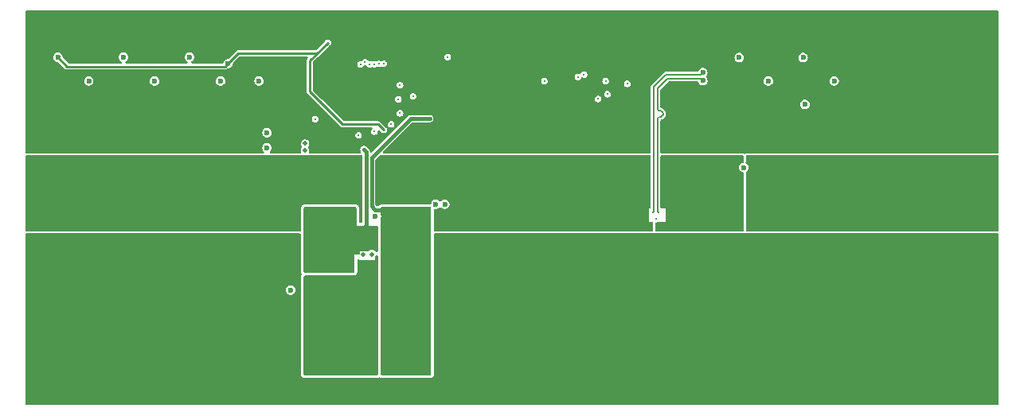
<source format=gbl>
G04 #@! TF.GenerationSoftware,KiCad,Pcbnew,8.0.7*
G04 #@! TF.CreationDate,2025-05-16T22:33:28-04:00*
G04 #@! TF.ProjectId,protovolt,70726f74-6f76-46f6-9c74-2e6b69636164,rev?*
G04 #@! TF.SameCoordinates,Original*
G04 #@! TF.FileFunction,Copper,L4,Bot*
G04 #@! TF.FilePolarity,Positive*
%FSLAX46Y46*%
G04 Gerber Fmt 4.6, Leading zero omitted, Abs format (unit mm)*
G04 Created by KiCad (PCBNEW 8.0.7) date 2025-05-16 22:33:28*
%MOMM*%
%LPD*%
G01*
G04 APERTURE LIST*
G04 #@! TA.AperFunction,ComponentPad*
%ADD10C,0.600000*%
G04 #@! TD*
G04 #@! TA.AperFunction,HeatsinkPad*
%ADD11C,0.500000*%
G04 #@! TD*
G04 #@! TA.AperFunction,HeatsinkPad*
%ADD12R,4.600000X4.600000*%
G04 #@! TD*
G04 #@! TA.AperFunction,ViaPad*
%ADD13C,0.600000*%
G04 #@! TD*
G04 #@! TA.AperFunction,ViaPad*
%ADD14C,0.300000*%
G04 #@! TD*
G04 #@! TA.AperFunction,ViaPad*
%ADD15C,0.500000*%
G04 #@! TD*
G04 #@! TA.AperFunction,Conductor*
%ADD16C,0.254000*%
G04 #@! TD*
G04 #@! TA.AperFunction,Conductor*
%ADD17C,0.381000*%
G04 #@! TD*
G04 #@! TA.AperFunction,Conductor*
%ADD18C,0.200000*%
G04 #@! TD*
G04 APERTURE END LIST*
D10*
X210950000Y-117750000D03*
X210950000Y-116550000D03*
X210450000Y-118400000D03*
X210450000Y-117150000D03*
X210450000Y-115950000D03*
X209950000Y-117750000D03*
X209950000Y-116550000D03*
X209450000Y-118400000D03*
X209450000Y-117150000D03*
X209450000Y-115950000D03*
X208950000Y-117750000D03*
X208950000Y-116550000D03*
X208450000Y-118400000D03*
X208450000Y-117150000D03*
X208450000Y-115950000D03*
X207950000Y-117750000D03*
X207950000Y-116550000D03*
X167270000Y-121370000D03*
X167270000Y-122570000D03*
X167770000Y-120720000D03*
X167770000Y-121970000D03*
X167770000Y-123170000D03*
X168270000Y-121370000D03*
X168270000Y-122570000D03*
X168770000Y-120720000D03*
X168770000Y-121970000D03*
X168770000Y-123170000D03*
X169270000Y-121370000D03*
X169270000Y-122570000D03*
X169770000Y-121970000D03*
X169770000Y-123170000D03*
X170270000Y-122570000D03*
X166125000Y-129475000D03*
X166125000Y-130675000D03*
X166625000Y-128825000D03*
X166625000Y-130075000D03*
X166625000Y-131275000D03*
X167125000Y-129475000D03*
X167125000Y-130675000D03*
X167625000Y-128825000D03*
X167625000Y-130075000D03*
X167625000Y-131275000D03*
X168125000Y-129475000D03*
X168125000Y-130675000D03*
X168625000Y-128825000D03*
X168625000Y-130075000D03*
X168625000Y-131275000D03*
X169125000Y-129475000D03*
X169125000Y-130675000D03*
X175625000Y-129425000D03*
X175625000Y-130625000D03*
X176125000Y-128775000D03*
X176125000Y-130025000D03*
X176125000Y-131225000D03*
X176625000Y-129425000D03*
X176625000Y-130625000D03*
X177125000Y-128775000D03*
X177125000Y-130025000D03*
X177125000Y-131225000D03*
X177625000Y-129425000D03*
X177625000Y-130625000D03*
X178125000Y-128775000D03*
X178125000Y-130025000D03*
X178125000Y-131225000D03*
X178625000Y-129425000D03*
X178625000Y-130625000D03*
X177505000Y-122565000D03*
X177505000Y-121365000D03*
X177005000Y-123215000D03*
X177005000Y-121965000D03*
X177005000Y-120765000D03*
X176505000Y-122565000D03*
X176505000Y-121365000D03*
X176005000Y-123215000D03*
X176005000Y-121965000D03*
X176005000Y-120765000D03*
X175505000Y-122565000D03*
X175505000Y-121365000D03*
X175005000Y-123215000D03*
X175005000Y-121965000D03*
X175005000Y-120765000D03*
X174505000Y-122565000D03*
X174505000Y-121365000D03*
X175750000Y-115915000D03*
X176950000Y-115915000D03*
X175100000Y-115415000D03*
X176350000Y-115415000D03*
X177550000Y-115415000D03*
X175750000Y-114915000D03*
X176950000Y-114915000D03*
X175100000Y-114415000D03*
X176350000Y-114415000D03*
X177550000Y-114415000D03*
X175750000Y-113915000D03*
X176950000Y-113915000D03*
X175100000Y-113415000D03*
X176350000Y-113415000D03*
X177550000Y-113415000D03*
X175750000Y-112915000D03*
X176950000Y-112915000D03*
D11*
X174412500Y-103625000D03*
X173387500Y-103625000D03*
X172362500Y-103625000D03*
X171337500Y-103625000D03*
X170312500Y-103625000D03*
X174412500Y-104650000D03*
X173387500Y-104650000D03*
X172362500Y-104650000D03*
X171337500Y-104650000D03*
X170312500Y-104650000D03*
X174412500Y-105675000D03*
X173387500Y-105675000D03*
X172362500Y-105675000D03*
D12*
X172362500Y-105675000D03*
D11*
X171337500Y-105675000D03*
X170312500Y-105675000D03*
X174412500Y-106700000D03*
X173387500Y-106700000D03*
X172362500Y-106700000D03*
X171337500Y-106700000D03*
X170312500Y-106700000D03*
X174412500Y-107725000D03*
X173387500Y-107725000D03*
X172362500Y-107725000D03*
X171337500Y-107725000D03*
X170312500Y-107725000D03*
D10*
X167820000Y-115925000D03*
X169020000Y-115925000D03*
X167170000Y-115425000D03*
X168420000Y-115425000D03*
X169620000Y-115425000D03*
X167820000Y-114925000D03*
X169020000Y-114925000D03*
X167170000Y-114425000D03*
X168420000Y-114425000D03*
X169620000Y-114425000D03*
X167820000Y-113925000D03*
X169020000Y-113925000D03*
X167170000Y-113425000D03*
X168420000Y-113425000D03*
X169620000Y-113425000D03*
X167820000Y-112925000D03*
X169020000Y-112925000D03*
D13*
X195000000Y-135000000D03*
X219000000Y-121000000D03*
X185000000Y-123000000D03*
X188000000Y-124000000D03*
X220000000Y-97500000D03*
X200000000Y-130000000D03*
X185000000Y-97500000D03*
X193500000Y-109000000D03*
X140000000Y-100000000D03*
X138500000Y-122500000D03*
X147000000Y-121000000D03*
X155000000Y-97500000D03*
X189000000Y-123000000D03*
X224000000Y-123000000D03*
X235000000Y-125000000D03*
X187000000Y-124000000D03*
X223000000Y-123000000D03*
X141000000Y-121500000D03*
X234100000Y-121500000D03*
X192000000Y-121000000D03*
X230000000Y-124000000D03*
X235000000Y-130000000D03*
X175000000Y-111300000D03*
X155000000Y-110000000D03*
X140000000Y-97500000D03*
X230000000Y-130000000D03*
X140000000Y-110000000D03*
X180925000Y-123850000D03*
X227000000Y-123000000D03*
X165000000Y-97500000D03*
X186000000Y-125000000D03*
X158000000Y-122000000D03*
X226000000Y-123000000D03*
X164150000Y-123150000D03*
X233000000Y-125000000D03*
X183000000Y-124000000D03*
X201000000Y-109000000D03*
X223000000Y-121000000D03*
X180000000Y-97500000D03*
X180000000Y-124500000D03*
X141000000Y-127000000D03*
X149000000Y-121000000D03*
X145000000Y-130000000D03*
X215000000Y-110000000D03*
X196000000Y-123000000D03*
X196000000Y-122000000D03*
X229000000Y-123000000D03*
X221000000Y-121000000D03*
X226000000Y-125000000D03*
X228000000Y-124000000D03*
X150000000Y-100000000D03*
X182000000Y-124000000D03*
X231000000Y-121000000D03*
X188000000Y-125000000D03*
X150000000Y-130000000D03*
X228000000Y-125000000D03*
X190000000Y-97500000D03*
X218000000Y-121000000D03*
X153000000Y-121000000D03*
X205000000Y-130000000D03*
X150000000Y-97500000D03*
X210000000Y-110000000D03*
X151000000Y-121000000D03*
X185000000Y-124000000D03*
X210000000Y-125000000D03*
X227000000Y-125000000D03*
X158000000Y-123000000D03*
X164150000Y-121950000D03*
X215000000Y-135000000D03*
X150000000Y-110000000D03*
X141000000Y-123500000D03*
X193000000Y-121000000D03*
X159000000Y-122000000D03*
X155000000Y-121000000D03*
X230000000Y-135000000D03*
X200000000Y-125000000D03*
X138500000Y-123500000D03*
X180925000Y-121350000D03*
X155000000Y-100000000D03*
X192000000Y-122000000D03*
X184000000Y-124000000D03*
X215000000Y-130000000D03*
X164150000Y-120700000D03*
X143000000Y-127000000D03*
X191000000Y-123000000D03*
X155000000Y-135000000D03*
X175000000Y-97500000D03*
X205000000Y-97500000D03*
X200000000Y-135000000D03*
X235000000Y-97500000D03*
X143000000Y-125000000D03*
X180625000Y-123225000D03*
X190000000Y-135000000D03*
X225000000Y-135000000D03*
X163825000Y-123725000D03*
X154000000Y-121000000D03*
X186000000Y-123000000D03*
X180000000Y-109000000D03*
X200000000Y-97500000D03*
X180650000Y-124500000D03*
X225000000Y-125000000D03*
X229000000Y-125000000D03*
X205000000Y-135000000D03*
X233000000Y-127000000D03*
X239000000Y-125000000D03*
X140000000Y-135000000D03*
X183000000Y-123000000D03*
X196000000Y-121000000D03*
X153000000Y-122000000D03*
X230000000Y-123000000D03*
X220000000Y-110000000D03*
X155000000Y-130000000D03*
X138500000Y-121500000D03*
X225000000Y-124000000D03*
X220000000Y-130000000D03*
X145000000Y-97500000D03*
X170000000Y-97500000D03*
X227000000Y-124000000D03*
X220000000Y-121000000D03*
X145000000Y-100000000D03*
X197000000Y-121000000D03*
X184000000Y-125000000D03*
X224000000Y-122000000D03*
X186000000Y-124000000D03*
X159000000Y-121000000D03*
X139000000Y-125000000D03*
X210000000Y-135000000D03*
X195000000Y-121000000D03*
X215000000Y-97500000D03*
X226000000Y-124000000D03*
X186000000Y-109000000D03*
X180625000Y-120725000D03*
X222000000Y-121000000D03*
X154000000Y-122000000D03*
X187000000Y-125000000D03*
X190000000Y-125000000D03*
X234100000Y-122500000D03*
X210000000Y-97500000D03*
X163925000Y-121325000D03*
X235000000Y-110000000D03*
X159000000Y-123000000D03*
X141000000Y-125000000D03*
X185000000Y-125000000D03*
X197000000Y-123000000D03*
X189000000Y-109000000D03*
X183000000Y-125000000D03*
X190000000Y-130000000D03*
X140000000Y-130000000D03*
X189000000Y-125000000D03*
X195000000Y-109000000D03*
X235000000Y-100000000D03*
X158000000Y-121000000D03*
X237000000Y-125000000D03*
X224000000Y-121000000D03*
X218000000Y-123000000D03*
X219000000Y-123000000D03*
X183000000Y-109000000D03*
X219000000Y-122000000D03*
X205000000Y-125000000D03*
X156000000Y-121000000D03*
X235000000Y-105000000D03*
X141000000Y-122500000D03*
X230000000Y-100000000D03*
X185000000Y-135000000D03*
X197000000Y-122000000D03*
X184000000Y-123000000D03*
X230000000Y-125000000D03*
X228000000Y-123000000D03*
X229000000Y-124000000D03*
X235000000Y-135000000D03*
X145000000Y-121000000D03*
X235000000Y-127000000D03*
X163875000Y-124600000D03*
X230000000Y-105000000D03*
X195000000Y-130000000D03*
X164775000Y-121950000D03*
X218000000Y-122000000D03*
X137000000Y-125000000D03*
X225000000Y-130000000D03*
X160000000Y-135000000D03*
X145000000Y-135000000D03*
X157000000Y-121000000D03*
X234100000Y-123500000D03*
X164775000Y-120700000D03*
X180925000Y-122600000D03*
X139000000Y-127000000D03*
X194000000Y-121000000D03*
X195000000Y-97500000D03*
X236600000Y-123500000D03*
X182000000Y-125000000D03*
X185000000Y-130000000D03*
X150000000Y-135000000D03*
X237000000Y-127000000D03*
X160000000Y-97500000D03*
X163925000Y-122550000D03*
X180000000Y-121950000D03*
X145000000Y-110000000D03*
X215000000Y-125000000D03*
X187000000Y-123000000D03*
X225000000Y-123000000D03*
X225000000Y-110000000D03*
X225000000Y-97500000D03*
X236600000Y-122500000D03*
X220000000Y-135000000D03*
X184500000Y-109000000D03*
X188000000Y-123000000D03*
X160000000Y-130000000D03*
X223000000Y-122000000D03*
X192000000Y-109000000D03*
X187500000Y-109000000D03*
X198000000Y-109000000D03*
X239000000Y-127000000D03*
X230000000Y-97500000D03*
X153000000Y-123000000D03*
X189000000Y-124000000D03*
X180000000Y-123225000D03*
X230000000Y-110000000D03*
X191000000Y-122000000D03*
X191000000Y-121000000D03*
X137000000Y-127000000D03*
X210000000Y-130000000D03*
X180625000Y-121950000D03*
X154000000Y-123000000D03*
X192000000Y-123000000D03*
X182000000Y-123000000D03*
X236600000Y-121500000D03*
X190500000Y-109000000D03*
X225000000Y-100000000D03*
X147000000Y-119000000D03*
X158000000Y-119000000D03*
X153000000Y-117000000D03*
X143000000Y-113000000D03*
X165800000Y-113800000D03*
X165800000Y-115800000D03*
X147000000Y-113000000D03*
X145000000Y-115000000D03*
X154000000Y-118000000D03*
X163000000Y-117000000D03*
X143000000Y-115000000D03*
X151000000Y-113000000D03*
X165800000Y-115100000D03*
X165800000Y-114450000D03*
X161000000Y-115000000D03*
X159000000Y-118000000D03*
D14*
X180900000Y-101450000D03*
D13*
X139000000Y-113000000D03*
X161000000Y-119000000D03*
X165800000Y-113150000D03*
X155000000Y-119000000D03*
X155000000Y-113000000D03*
X147000000Y-115000000D03*
X141000000Y-117500000D03*
X156000000Y-119000000D03*
X149000000Y-113000000D03*
X163000000Y-113000000D03*
X139000000Y-115000000D03*
X158000000Y-117000000D03*
X153000000Y-119000000D03*
X138500000Y-117500000D03*
X149000000Y-119000000D03*
X154000000Y-119000000D03*
X138500000Y-118500000D03*
X137000000Y-113000000D03*
X161000000Y-117000000D03*
X153000000Y-113000000D03*
X159000000Y-119000000D03*
D14*
X177225000Y-105625000D03*
D13*
X137000000Y-115000000D03*
X165800000Y-112500000D03*
X141000000Y-113000000D03*
X138500000Y-116500000D03*
X145000000Y-113000000D03*
X151000000Y-119000000D03*
X141000000Y-115000000D03*
X163000000Y-115000000D03*
X145000000Y-119000000D03*
X149000000Y-115000000D03*
X158000000Y-118000000D03*
X159000000Y-117000000D03*
X153000000Y-118000000D03*
X151000000Y-115000000D03*
X154000000Y-117000000D03*
X141000000Y-118500000D03*
X157000000Y-119000000D03*
X141000000Y-116500000D03*
X236600000Y-118500000D03*
X226000000Y-117000000D03*
X219000000Y-117000000D03*
X223000000Y-117000000D03*
X223000000Y-113000000D03*
X230000000Y-116000000D03*
X228000000Y-115000000D03*
X233000000Y-113000000D03*
X214375000Y-116525000D03*
X227000000Y-116000000D03*
X227000000Y-115000000D03*
X234100000Y-118500000D03*
X217000000Y-115000000D03*
X231000000Y-119000000D03*
X222000000Y-119000000D03*
X217000000Y-113000000D03*
X233000000Y-115000000D03*
X228000000Y-117000000D03*
X219000000Y-118000000D03*
X221000000Y-113000000D03*
X228000000Y-116000000D03*
X229000000Y-115000000D03*
X225000000Y-115000000D03*
X227000000Y-117000000D03*
X236600000Y-117500000D03*
X218000000Y-119000000D03*
X212925000Y-118400000D03*
X235000000Y-115000000D03*
X226000000Y-115000000D03*
X214375000Y-118400000D03*
X220000000Y-119000000D03*
X219000000Y-119000000D03*
D14*
X200000000Y-104300000D03*
D13*
X215000000Y-113000000D03*
X214375000Y-117775000D03*
X236600000Y-116500000D03*
X223000000Y-119000000D03*
X224000000Y-117000000D03*
X221000000Y-119000000D03*
X224000000Y-118000000D03*
X235000000Y-113000000D03*
X231000000Y-113000000D03*
X237000000Y-115000000D03*
X225000000Y-116000000D03*
X230000000Y-117000000D03*
X234100000Y-116500000D03*
X225000000Y-113000000D03*
X226000000Y-116000000D03*
X223000000Y-118000000D03*
X218000000Y-118000000D03*
X229000000Y-116000000D03*
X237000000Y-113000000D03*
X230000000Y-115000000D03*
X218000000Y-117000000D03*
X219000000Y-113000000D03*
X229000000Y-113000000D03*
X225000000Y-117000000D03*
X213775000Y-117150000D03*
X227000000Y-113000000D03*
X212925000Y-117150000D03*
X224000000Y-119000000D03*
X234100000Y-117500000D03*
X214375000Y-117150000D03*
X213775000Y-118400000D03*
X229000000Y-117000000D03*
X214375000Y-119050000D03*
D14*
X238900000Y-119600000D03*
X166250000Y-104800000D03*
D13*
X157550000Y-102150000D03*
D14*
X168150000Y-99910131D03*
D13*
X139450000Y-101450000D03*
D14*
X174112500Y-109200000D03*
D13*
X176000000Y-127000000D03*
X175000000Y-134000000D03*
X176350000Y-118450000D03*
X178750000Y-120650000D03*
X174750000Y-119200000D03*
X175100000Y-118450000D03*
X178000000Y-133000000D03*
X177000000Y-134000000D03*
X178750000Y-120000000D03*
X175000000Y-133000000D03*
X177000000Y-133000000D03*
X178000000Y-125000000D03*
X176000000Y-126000000D03*
X178000000Y-134000000D03*
X176700000Y-119200000D03*
X177350000Y-119207849D03*
X178750000Y-121950000D03*
X177000000Y-125000000D03*
X175000000Y-125000000D03*
X178750000Y-122600000D03*
X176000000Y-125000000D03*
X176050000Y-119200000D03*
X178000000Y-127000000D03*
X175000000Y-127000000D03*
X178750000Y-123900000D03*
X176000000Y-133000000D03*
X177000000Y-127000000D03*
X178750000Y-121300000D03*
X175000000Y-126000000D03*
X176000000Y-134000000D03*
D14*
X179000000Y-108000000D03*
D13*
X178750000Y-123250000D03*
X178000000Y-126000000D03*
X174100000Y-119200000D03*
X177000000Y-126000000D03*
X175400000Y-119200000D03*
D14*
X174112500Y-102150000D03*
D13*
X153450000Y-101450000D03*
X211900000Y-101500000D03*
D14*
X194761706Y-103548996D03*
X195400000Y-103300000D03*
D13*
X215000000Y-104000000D03*
X142750000Y-104000000D03*
D14*
X171635501Y-102226131D03*
D13*
X222000000Y-104000000D03*
D14*
X196900000Y-105900000D03*
X197700000Y-104000000D03*
D13*
X218700000Y-101500000D03*
D14*
X197900000Y-105400000D03*
D13*
X218900000Y-106500000D03*
D14*
X173612500Y-102162500D03*
D13*
X160850000Y-104000000D03*
X146450000Y-101450000D03*
D14*
X172124052Y-101996763D03*
D13*
X149750000Y-104000000D03*
D14*
X172612500Y-102200000D03*
X173112500Y-102200000D03*
D13*
X156750000Y-104000000D03*
D14*
X175850000Y-104425000D03*
X191200000Y-104000000D03*
X175662710Y-105937290D03*
D13*
X212400000Y-113200000D03*
X173225000Y-118425000D03*
D14*
X171425000Y-109775000D03*
D13*
X164200000Y-126250000D03*
D14*
X173125000Y-109375000D03*
X175850000Y-107425000D03*
D13*
X179650000Y-117115000D03*
D14*
X174900000Y-108600000D03*
D13*
X180600000Y-117115000D03*
X197000000Y-117000000D03*
X187000000Y-116000000D03*
X200000000Y-119000000D03*
X183000000Y-116000000D03*
X179000000Y-112550000D03*
X191000000Y-118000000D03*
X182000000Y-116000000D03*
X195000000Y-119000000D03*
D14*
X202700000Y-118000000D03*
D13*
X189000000Y-115000000D03*
X182000000Y-115000000D03*
X192000000Y-119000000D03*
X199000000Y-113000000D03*
X188000000Y-116000000D03*
X186000000Y-116000000D03*
X193000000Y-113000000D03*
X173800000Y-115150000D03*
D14*
X166825000Y-108050000D03*
D13*
X196000000Y-118000000D03*
X186000000Y-117000000D03*
X187000000Y-115000000D03*
X196000000Y-117000000D03*
X189000000Y-116000000D03*
X188000000Y-115000000D03*
X181000000Y-115000000D03*
X200000000Y-117000000D03*
X187000000Y-117000000D03*
X208043732Y-103100000D03*
X201000000Y-113000000D03*
X173800000Y-114500000D03*
X195000000Y-113000000D03*
X182000000Y-119000000D03*
X186000000Y-115000000D03*
X173800000Y-113200000D03*
X192000000Y-118000000D03*
X183000000Y-115000000D03*
X181000000Y-116000000D03*
X184000000Y-115000000D03*
X199400000Y-117000000D03*
X193000000Y-119000000D03*
X184000000Y-117000000D03*
X184000000Y-116000000D03*
X183000000Y-117000000D03*
X191000000Y-119000000D03*
X179000000Y-113200000D03*
X196000000Y-119000000D03*
X200000000Y-118000000D03*
X197000000Y-113000000D03*
X199400000Y-118000000D03*
X173800000Y-112550000D03*
X189000000Y-117000000D03*
X199000000Y-115000000D03*
X185000000Y-115000000D03*
X173800000Y-113850000D03*
X197000000Y-119000000D03*
X201000000Y-115000000D03*
X191000000Y-117000000D03*
X192000000Y-117000000D03*
X199400000Y-119000000D03*
X185000000Y-117000000D03*
X194000000Y-119000000D03*
X185000000Y-116000000D03*
X182000000Y-117000000D03*
X161700000Y-111100000D03*
X179000000Y-113850000D03*
X197000000Y-118000000D03*
X188000000Y-117000000D03*
X180000000Y-115000000D03*
D14*
X203050000Y-118700000D03*
D15*
X171900000Y-122500000D03*
D13*
X173100000Y-121000000D03*
X165900000Y-119200000D03*
X169650000Y-117700000D03*
X172400000Y-119900000D03*
D15*
X165727000Y-111352413D03*
D13*
X167775000Y-119200000D03*
X165900000Y-117700000D03*
X169025000Y-119200000D03*
X166000000Y-123250000D03*
X169650000Y-119200000D03*
X166000000Y-121950000D03*
D14*
X172000000Y-111300000D03*
D13*
X168400000Y-119200000D03*
X166000000Y-122600000D03*
X166525000Y-119200000D03*
X173100000Y-119900000D03*
X166000000Y-120650000D03*
X166000000Y-123900000D03*
X168400000Y-117700000D03*
X167150000Y-119200000D03*
X167150000Y-117700000D03*
X166000000Y-120000000D03*
X166000000Y-121300000D03*
X171700000Y-119900000D03*
X173100000Y-124000000D03*
X172000000Y-130000000D03*
X171000000Y-127000000D03*
X170000000Y-134000000D03*
X169000000Y-133000000D03*
X172400000Y-124000000D03*
X169000000Y-127000000D03*
X172000000Y-133000000D03*
X170000000Y-133000000D03*
X171700000Y-125200000D03*
X170000000Y-127000000D03*
X171000000Y-131000000D03*
X171700000Y-124000000D03*
X167000000Y-126000000D03*
D15*
X165738211Y-110652500D03*
D13*
X168000000Y-126000000D03*
X171000000Y-129000000D03*
X170000000Y-126000000D03*
X167000000Y-134000000D03*
X172000000Y-129000000D03*
X171000000Y-130000000D03*
X171000000Y-126000000D03*
X172000000Y-126000000D03*
X172000000Y-134000000D03*
D15*
X172850000Y-122500000D03*
D13*
X169000000Y-134000000D03*
X171000000Y-133000000D03*
X167000000Y-133000000D03*
X168000000Y-127000000D03*
X172400000Y-125200000D03*
X169000000Y-126000000D03*
X172000000Y-127000000D03*
X171000000Y-134000000D03*
X168000000Y-133000000D03*
X167000000Y-127000000D03*
X173100000Y-125200000D03*
X168000000Y-134000000D03*
X172000000Y-131000000D03*
X206000000Y-118000000D03*
X206000000Y-117000000D03*
X206600000Y-119000000D03*
X210000000Y-113000000D03*
X204400000Y-113000000D03*
X206600000Y-117000000D03*
X206000000Y-119000000D03*
X204400000Y-115000000D03*
X161700000Y-109500000D03*
D14*
X203325000Y-118000000D03*
D13*
X206600000Y-118000000D03*
X206000000Y-115000000D03*
X208000000Y-113000000D03*
X206000000Y-113000000D03*
X208043732Y-103950000D03*
D16*
X166250000Y-105100000D02*
X166250000Y-104800000D01*
X174112500Y-109200000D02*
X173512500Y-108600000D01*
X166250000Y-101810131D02*
X168150000Y-99910131D01*
X169750000Y-108600000D02*
X166250000Y-105100000D01*
X158650000Y-101050000D02*
X167010131Y-101050000D01*
X139450000Y-101450000D02*
X140450000Y-102450000D01*
X157250000Y-102450000D02*
X157550000Y-102150000D01*
X157550000Y-102150000D02*
X158650000Y-101050000D01*
X166250000Y-104800000D02*
X166250000Y-101810131D01*
X173512500Y-108600000D02*
X169750000Y-108600000D01*
X167010131Y-101050000D02*
X168150000Y-99910131D01*
X140450000Y-102450000D02*
X157250000Y-102450000D01*
D17*
X173200000Y-117700000D02*
X172831000Y-117331000D01*
X172831000Y-112169000D02*
X177000000Y-108000000D01*
X177000000Y-108000000D02*
X179000000Y-108000000D01*
X175100000Y-117700000D02*
X173200000Y-117700000D01*
X172831000Y-117331000D02*
X172831000Y-112169000D01*
D18*
X207843733Y-103299999D02*
X208043732Y-103100000D01*
X202787499Y-104594301D02*
X204081801Y-103299999D01*
X202787499Y-117912501D02*
X202787499Y-104594301D01*
X204081801Y-103299999D02*
X207843733Y-103299999D01*
X202700000Y-118000000D02*
X202787499Y-117912501D01*
D17*
X172250000Y-111550000D02*
X172000000Y-111300000D01*
X171700000Y-119900000D02*
X172250000Y-119350000D01*
X172250000Y-119350000D02*
X172250000Y-111550000D01*
D18*
X203805957Y-107423702D02*
X203805957Y-107543702D01*
X203477501Y-107183702D02*
X203565957Y-107183702D01*
X208043732Y-103950000D02*
X207843733Y-103750001D01*
X204268199Y-103750001D02*
X203237501Y-104780699D01*
X203237501Y-109136036D02*
X203237501Y-117912501D01*
X207843733Y-103750001D02*
X204268199Y-103750001D01*
X203237501Y-117912501D02*
X203325000Y-118000000D01*
X203237501Y-108143702D02*
X203237501Y-109136036D01*
X203565957Y-107783702D02*
X203477501Y-107783702D01*
X203237501Y-108023702D02*
X203237501Y-108143702D01*
X203237501Y-104780699D02*
X203237501Y-106943702D01*
X203565957Y-107183702D02*
G75*
G02*
X203805998Y-107423702I43J-239998D01*
G01*
X203805957Y-107543702D02*
G75*
G02*
X203565957Y-107783657I-239957J2D01*
G01*
X203477501Y-107783702D02*
G75*
G03*
X203237502Y-108023702I-1J-239998D01*
G01*
X203237501Y-106943702D02*
G75*
G03*
X203477501Y-107183699I239999J2D01*
G01*
G04 #@! TA.AperFunction,Conductor*
G36*
X171802039Y-111919685D02*
G01*
X171847794Y-111972489D01*
X171859000Y-112024000D01*
X171859000Y-118970500D01*
X171839315Y-119037539D01*
X171786511Y-119083294D01*
X171735000Y-119094500D01*
X171629500Y-119094500D01*
X171562461Y-119074815D01*
X171516706Y-119022011D01*
X171505500Y-118970500D01*
X171505500Y-117524010D01*
X171505500Y-117524000D01*
X171498518Y-117459059D01*
X171487312Y-117407548D01*
X171476354Y-117369342D01*
X171419675Y-117272429D01*
X171373920Y-117219625D01*
X171373918Y-117219623D01*
X171373908Y-117219612D01*
X171329192Y-117177451D01*
X171329189Y-117177449D01*
X171329187Y-117177447D01*
X171229111Y-117126561D01*
X171229110Y-117126560D01*
X171229109Y-117126560D01*
X171162078Y-117106877D01*
X171162072Y-117106876D01*
X171076000Y-117094500D01*
X165724000Y-117094500D01*
X165723991Y-117094500D01*
X165723990Y-117094501D01*
X165659064Y-117101481D01*
X165659052Y-117101483D01*
X165607546Y-117112688D01*
X165569345Y-117123644D01*
X165569341Y-117123646D01*
X165472431Y-117180323D01*
X165472428Y-117180325D01*
X165419623Y-117226081D01*
X165419612Y-117226091D01*
X165377451Y-117270807D01*
X165377445Y-117270816D01*
X165326560Y-117370890D01*
X165306877Y-117437921D01*
X165306876Y-117437928D01*
X165294502Y-117523990D01*
X165294500Y-117524002D01*
X165294500Y-119876000D01*
X165274815Y-119943039D01*
X165222011Y-119988794D01*
X165170500Y-120000000D01*
X136124500Y-120000000D01*
X136057461Y-119980315D01*
X136011706Y-119927511D01*
X136000500Y-119876000D01*
X136000500Y-112024000D01*
X136020185Y-111956961D01*
X136072989Y-111911206D01*
X136124500Y-111900000D01*
X171735000Y-111900000D01*
X171802039Y-111919685D01*
G37*
G04 #@! TD.AperFunction*
G04 #@! TA.AperFunction,Conductor*
G36*
X239442539Y-111919685D02*
G01*
X239488294Y-111972489D01*
X239499500Y-112024000D01*
X239499500Y-119876000D01*
X239479815Y-119943039D01*
X239427011Y-119988794D01*
X239375500Y-120000000D01*
X212729500Y-120000000D01*
X212662461Y-119980315D01*
X212616706Y-119927511D01*
X212605500Y-119876000D01*
X212605500Y-113814453D01*
X212605463Y-113813443D01*
X212604977Y-113799797D01*
X212603715Y-113782149D01*
X212599928Y-113767311D01*
X212602421Y-113697486D01*
X212642269Y-113640093D01*
X212653025Y-113632336D01*
X212731128Y-113582143D01*
X212825377Y-113473373D01*
X212885165Y-113342457D01*
X212905647Y-113200000D01*
X212885165Y-113057543D01*
X212825377Y-112926627D01*
X212731128Y-112817857D01*
X212731125Y-112817855D01*
X212731126Y-112817855D01*
X212652588Y-112767382D01*
X212606834Y-112714578D01*
X212596890Y-112645420D01*
X212596890Y-112645418D01*
X212597173Y-112643447D01*
X212597175Y-112643442D01*
X212605500Y-112585544D01*
X212605500Y-112024000D01*
X212625185Y-111956961D01*
X212677989Y-111911206D01*
X212729500Y-111900000D01*
X239375500Y-111900000D01*
X239442539Y-111919685D01*
G37*
G04 #@! TD.AperFunction*
G04 #@! TA.AperFunction,Conductor*
G36*
X212343039Y-111919685D02*
G01*
X212388794Y-111972489D01*
X212400000Y-112024000D01*
X212400000Y-112585544D01*
X212380315Y-112652583D01*
X212327511Y-112698338D01*
X212310935Y-112704521D01*
X212189949Y-112740045D01*
X212068873Y-112817856D01*
X211974623Y-112926626D01*
X211974622Y-112926628D01*
X211914834Y-113057543D01*
X211894353Y-113200000D01*
X211914834Y-113342456D01*
X211974622Y-113473371D01*
X211974623Y-113473373D01*
X212068872Y-113582143D01*
X212189947Y-113659953D01*
X212189950Y-113659954D01*
X212189949Y-113659954D01*
X212310934Y-113695478D01*
X212369713Y-113733252D01*
X212398738Y-113796807D01*
X212400000Y-113814455D01*
X212400000Y-119876000D01*
X212380315Y-119943039D01*
X212327511Y-119988794D01*
X212276000Y-120000000D01*
X203074000Y-120000000D01*
X203006961Y-119980315D01*
X202961206Y-119927511D01*
X202950000Y-119876000D01*
X202950000Y-119176613D01*
X202969685Y-119109574D01*
X203022489Y-119063819D01*
X203054603Y-119054140D01*
X203159657Y-119037501D01*
X203159661Y-119037500D01*
X203206735Y-119013515D01*
X203263029Y-119000000D01*
X204100000Y-119000000D01*
X204100000Y-117550000D01*
X203654000Y-117550000D01*
X203586961Y-117530315D01*
X203541206Y-117477511D01*
X203530000Y-117426000D01*
X203530000Y-112024000D01*
X203549685Y-111956961D01*
X203602489Y-111911206D01*
X203654000Y-111900000D01*
X212276000Y-111900000D01*
X212343039Y-111919685D01*
G37*
G04 #@! TD.AperFunction*
G04 #@! TA.AperFunction,Conductor*
G36*
X202453039Y-111919685D02*
G01*
X202498794Y-111972489D01*
X202510000Y-112024000D01*
X202510000Y-117426000D01*
X202490315Y-117493039D01*
X202437511Y-117538794D01*
X202386000Y-117550000D01*
X202300000Y-117550000D01*
X202300000Y-119000000D01*
X202626790Y-119000000D01*
X202693829Y-119019685D01*
X202739584Y-119072489D01*
X202749528Y-119141647D01*
X202749528Y-119141648D01*
X202744500Y-119176615D01*
X202744500Y-119876000D01*
X202724815Y-119943039D01*
X202672011Y-119988794D01*
X202620500Y-120000000D01*
X179579500Y-120000000D01*
X179512461Y-119980315D01*
X179466706Y-119927511D01*
X179455500Y-119876000D01*
X179455500Y-117739500D01*
X179475185Y-117672461D01*
X179527989Y-117626706D01*
X179579500Y-117615500D01*
X179721962Y-117615500D01*
X179721962Y-117615499D01*
X179829121Y-117584035D01*
X179860050Y-117574954D01*
X179860050Y-117574953D01*
X179860053Y-117574953D01*
X179981128Y-117497143D01*
X180031287Y-117439256D01*
X180090065Y-117401481D01*
X180159934Y-117401481D01*
X180218711Y-117439253D01*
X180268872Y-117497143D01*
X180389947Y-117574953D01*
X180389950Y-117574954D01*
X180389949Y-117574954D01*
X180528036Y-117615499D01*
X180528038Y-117615500D01*
X180528039Y-117615500D01*
X180671962Y-117615500D01*
X180671962Y-117615499D01*
X180779121Y-117584035D01*
X180810050Y-117574954D01*
X180810050Y-117574953D01*
X180810053Y-117574953D01*
X180931128Y-117497143D01*
X181025377Y-117388373D01*
X181085165Y-117257457D01*
X181105647Y-117115000D01*
X181085165Y-116972543D01*
X181025377Y-116841627D01*
X180931128Y-116732857D01*
X180810053Y-116655047D01*
X180810051Y-116655046D01*
X180810049Y-116655045D01*
X180810050Y-116655045D01*
X180671963Y-116614500D01*
X180671961Y-116614500D01*
X180528039Y-116614500D01*
X180528036Y-116614500D01*
X180389949Y-116655045D01*
X180268873Y-116732856D01*
X180218713Y-116790744D01*
X180159935Y-116828518D01*
X180090065Y-116828518D01*
X180031287Y-116790744D01*
X180030263Y-116789563D01*
X179981128Y-116732857D01*
X179860053Y-116655047D01*
X179860051Y-116655046D01*
X179860049Y-116655045D01*
X179860050Y-116655045D01*
X179721963Y-116614500D01*
X179721961Y-116614500D01*
X179578039Y-116614500D01*
X179578036Y-116614500D01*
X179439949Y-116655045D01*
X179318873Y-116732856D01*
X179224623Y-116841626D01*
X179224622Y-116841628D01*
X179164835Y-116972543D01*
X179162490Y-116988851D01*
X179133463Y-117052406D01*
X179074685Y-117090180D01*
X179030521Y-117093345D01*
X179030416Y-117094816D01*
X179026001Y-117094500D01*
X179026000Y-117094500D01*
X173924000Y-117094500D01*
X173923991Y-117094500D01*
X173923990Y-117094501D01*
X173859064Y-117101481D01*
X173859052Y-117101483D01*
X173807546Y-117112688D01*
X173769345Y-117123644D01*
X173769341Y-117123646D01*
X173672431Y-117180323D01*
X173672428Y-117180325D01*
X173619623Y-117226081D01*
X173594183Y-117253063D01*
X173578150Y-117270066D01*
X173517839Y-117305339D01*
X173487931Y-117309000D01*
X173413320Y-117309000D01*
X173346281Y-117289315D01*
X173325639Y-117272681D01*
X173258319Y-117205361D01*
X173224834Y-117144038D01*
X173222000Y-117117680D01*
X173222000Y-112382320D01*
X173241685Y-112315281D01*
X173258319Y-112294639D01*
X173616639Y-111936319D01*
X173677962Y-111902834D01*
X173704320Y-111900000D01*
X202386000Y-111900000D01*
X202453039Y-111919685D01*
G37*
G04 #@! TD.AperFunction*
G04 #@! TA.AperFunction,Conductor*
G36*
X212563573Y-120154561D02*
G01*
X212604563Y-120177490D01*
X212671602Y-120197175D01*
X212729500Y-120205500D01*
X212729504Y-120205500D01*
X239375500Y-120205500D01*
X239442539Y-120225185D01*
X239488294Y-120277989D01*
X239499500Y-120329500D01*
X239499500Y-138375500D01*
X239479815Y-138442539D01*
X239427011Y-138488294D01*
X239375500Y-138499500D01*
X136124500Y-138499500D01*
X136057461Y-138479815D01*
X136011706Y-138427011D01*
X136000500Y-138375500D01*
X136000500Y-126250000D01*
X163694353Y-126250000D01*
X163714834Y-126392456D01*
X163774622Y-126523371D01*
X163774623Y-126523373D01*
X163868872Y-126632143D01*
X163989947Y-126709953D01*
X163989950Y-126709954D01*
X163989949Y-126709954D01*
X164128036Y-126750499D01*
X164128038Y-126750500D01*
X164128039Y-126750500D01*
X164271962Y-126750500D01*
X164271962Y-126750499D01*
X164410053Y-126709953D01*
X164531128Y-126632143D01*
X164625377Y-126523373D01*
X164685165Y-126392457D01*
X164705647Y-126250000D01*
X164685165Y-126107543D01*
X164625377Y-125976627D01*
X164531128Y-125867857D01*
X164410053Y-125790047D01*
X164410051Y-125790046D01*
X164410049Y-125790045D01*
X164410050Y-125790045D01*
X164271963Y-125749500D01*
X164271961Y-125749500D01*
X164128039Y-125749500D01*
X164128036Y-125749500D01*
X163989949Y-125790045D01*
X163868873Y-125867856D01*
X163774623Y-125976626D01*
X163774622Y-125976628D01*
X163714834Y-126107543D01*
X163694353Y-126250000D01*
X136000500Y-126250000D01*
X136000500Y-120329500D01*
X136020185Y-120262461D01*
X136072989Y-120216706D01*
X136124500Y-120205500D01*
X165170500Y-120205500D01*
X165237539Y-120225185D01*
X165283294Y-120277989D01*
X165294500Y-120329500D01*
X165294500Y-124276000D01*
X165294501Y-124276009D01*
X165301481Y-124340935D01*
X165301483Y-124340947D01*
X165312688Y-124392453D01*
X165323644Y-124430654D01*
X165323646Y-124430658D01*
X165357860Y-124489159D01*
X165374713Y-124556966D01*
X165361354Y-124607962D01*
X165326560Y-124676390D01*
X165306877Y-124743421D01*
X165306876Y-124743428D01*
X165294500Y-124829500D01*
X165294500Y-135176000D01*
X165294501Y-135176009D01*
X165301481Y-135240935D01*
X165301483Y-135240947D01*
X165312688Y-135292453D01*
X165323644Y-135330654D01*
X165323646Y-135330658D01*
X165380323Y-135427568D01*
X165380325Y-135427571D01*
X165426081Y-135480376D01*
X165426091Y-135480387D01*
X165470807Y-135522548D01*
X165470809Y-135522549D01*
X165470813Y-135522553D01*
X165570889Y-135573439D01*
X165637928Y-135593124D01*
X165724000Y-135605500D01*
X165724003Y-135605500D01*
X173370490Y-135605500D01*
X173370500Y-135605500D01*
X173435441Y-135598518D01*
X173486952Y-135587312D01*
X173525158Y-135576354D01*
X173583659Y-135542139D01*
X173651465Y-135525286D01*
X173702458Y-135538643D01*
X173770889Y-135573439D01*
X173770891Y-135573439D01*
X173770892Y-135573440D01*
X173837921Y-135593122D01*
X173837928Y-135593124D01*
X173924000Y-135605500D01*
X173924003Y-135605500D01*
X179025990Y-135605500D01*
X179026000Y-135605500D01*
X179090941Y-135598518D01*
X179142452Y-135587312D01*
X179180658Y-135576354D01*
X179277571Y-135519675D01*
X179330375Y-135473920D01*
X179330382Y-135473912D01*
X179330387Y-135473908D01*
X179372548Y-135429192D01*
X179372553Y-135429187D01*
X179423439Y-135329111D01*
X179443124Y-135262072D01*
X179455500Y-135176000D01*
X179455500Y-120329500D01*
X179475185Y-120262461D01*
X179527989Y-120216706D01*
X179579500Y-120205500D01*
X202620491Y-120205500D01*
X202620500Y-120205500D01*
X202664184Y-120200803D01*
X202693375Y-120194452D01*
X202715674Y-120189602D01*
X202715690Y-120189598D01*
X202715695Y-120189597D01*
X202725873Y-120187110D01*
X202789227Y-120153349D01*
X202857645Y-120139194D01*
X202908073Y-120154561D01*
X202949063Y-120177490D01*
X203016102Y-120197175D01*
X203074000Y-120205500D01*
X203074004Y-120205500D01*
X212275991Y-120205500D01*
X212276000Y-120205500D01*
X212319684Y-120200803D01*
X212348875Y-120194452D01*
X212371174Y-120189602D01*
X212371190Y-120189598D01*
X212371195Y-120189597D01*
X212381373Y-120187110D01*
X212444727Y-120153349D01*
X212513145Y-120139194D01*
X212563573Y-120154561D01*
G37*
G04 #@! TD.AperFunction*
G04 #@! TA.AperFunction,Conductor*
G36*
X239442539Y-96520185D02*
G01*
X239488294Y-96572989D01*
X239499500Y-96624500D01*
X239499500Y-111570500D01*
X239479815Y-111637539D01*
X239427011Y-111683294D01*
X239375500Y-111694500D01*
X212729492Y-111694500D01*
X212685813Y-111699197D01*
X212634325Y-111710397D01*
X212624127Y-111712890D01*
X212624123Y-111712891D01*
X212560771Y-111746650D01*
X212492350Y-111760804D01*
X212441926Y-111745437D01*
X212400937Y-111722510D01*
X212400935Y-111722509D01*
X212333903Y-111702826D01*
X212333899Y-111702825D01*
X212333898Y-111702825D01*
X212276000Y-111694500D01*
X203662001Y-111694500D01*
X203594962Y-111674815D01*
X203549207Y-111622011D01*
X203538001Y-111570500D01*
X203538001Y-108203323D01*
X203557686Y-108136284D01*
X203610490Y-108090529D01*
X203634418Y-108082430D01*
X203745558Y-108057082D01*
X203855306Y-108004248D01*
X203950543Y-107928315D01*
X204026494Y-107833092D01*
X204079348Y-107723354D01*
X204106456Y-107604606D01*
X204106456Y-107597706D01*
X204106457Y-107597697D01*
X204106457Y-107532495D01*
X204106458Y-107496110D01*
X204106457Y-107496106D01*
X204106457Y-107475108D01*
X204106498Y-107474968D01*
X204106498Y-107362800D01*
X204097225Y-107322178D01*
X204079389Y-107244039D01*
X204026532Y-107134291D01*
X203950575Y-107039059D01*
X203855330Y-106963119D01*
X203745573Y-106910280D01*
X203745571Y-106910279D01*
X203634426Y-106884928D01*
X203573443Y-106850828D01*
X203540576Y-106789172D01*
X203538001Y-106764033D01*
X203538001Y-106500000D01*
X218394353Y-106500000D01*
X218414834Y-106642456D01*
X218474622Y-106773371D01*
X218474623Y-106773373D01*
X218568872Y-106882143D01*
X218689947Y-106959953D01*
X218689950Y-106959954D01*
X218689949Y-106959954D01*
X218828036Y-107000499D01*
X218828038Y-107000500D01*
X218828039Y-107000500D01*
X218971962Y-107000500D01*
X218971962Y-107000499D01*
X219079121Y-106969035D01*
X219110050Y-106959954D01*
X219110050Y-106959953D01*
X219110053Y-106959953D01*
X219231128Y-106882143D01*
X219325377Y-106773373D01*
X219385165Y-106642457D01*
X219405647Y-106500000D01*
X219385165Y-106357543D01*
X219325377Y-106226627D01*
X219231128Y-106117857D01*
X219110053Y-106040047D01*
X219110051Y-106040046D01*
X219110049Y-106040045D01*
X219110050Y-106040045D01*
X218971963Y-105999500D01*
X218971961Y-105999500D01*
X218828039Y-105999500D01*
X218828036Y-105999500D01*
X218689949Y-106040045D01*
X218568873Y-106117856D01*
X218474623Y-106226626D01*
X218474622Y-106226628D01*
X218414834Y-106357543D01*
X218394353Y-106500000D01*
X203538001Y-106500000D01*
X203538001Y-104956532D01*
X203557686Y-104889493D01*
X203574320Y-104868851D01*
X204356351Y-104086820D01*
X204417674Y-104053335D01*
X204444032Y-104050501D01*
X207459716Y-104050501D01*
X207526755Y-104070186D01*
X207572510Y-104122989D01*
X207615174Y-104216407D01*
X207618355Y-104223373D01*
X207712604Y-104332143D01*
X207833679Y-104409953D01*
X207833682Y-104409954D01*
X207833681Y-104409954D01*
X207971768Y-104450499D01*
X207971770Y-104450500D01*
X207971771Y-104450500D01*
X208115694Y-104450500D01*
X208115694Y-104450499D01*
X208253785Y-104409953D01*
X208374860Y-104332143D01*
X208469109Y-104223373D01*
X208528897Y-104092457D01*
X208542190Y-104000000D01*
X214494353Y-104000000D01*
X214514834Y-104142456D01*
X214574622Y-104273371D01*
X214574623Y-104273373D01*
X214668872Y-104382143D01*
X214789947Y-104459953D01*
X214789950Y-104459954D01*
X214789949Y-104459954D01*
X214928036Y-104500499D01*
X214928038Y-104500500D01*
X214928039Y-104500500D01*
X215071962Y-104500500D01*
X215071962Y-104500499D01*
X215210053Y-104459953D01*
X215331128Y-104382143D01*
X215425377Y-104273373D01*
X215485165Y-104142457D01*
X215505647Y-104000000D01*
X221494353Y-104000000D01*
X221514834Y-104142456D01*
X221574622Y-104273371D01*
X221574623Y-104273373D01*
X221668872Y-104382143D01*
X221789947Y-104459953D01*
X221789950Y-104459954D01*
X221789949Y-104459954D01*
X221928036Y-104500499D01*
X221928038Y-104500500D01*
X221928039Y-104500500D01*
X222071962Y-104500500D01*
X222071962Y-104500499D01*
X222210053Y-104459953D01*
X222331128Y-104382143D01*
X222425377Y-104273373D01*
X222485165Y-104142457D01*
X222505647Y-104000000D01*
X222485165Y-103857543D01*
X222425377Y-103726627D01*
X222331128Y-103617857D01*
X222210053Y-103540047D01*
X222210051Y-103540046D01*
X222210049Y-103540045D01*
X222210050Y-103540045D01*
X222071963Y-103499500D01*
X222071961Y-103499500D01*
X221928039Y-103499500D01*
X221928036Y-103499500D01*
X221789949Y-103540045D01*
X221668873Y-103617856D01*
X221574623Y-103726626D01*
X221574622Y-103726628D01*
X221514834Y-103857543D01*
X221494353Y-104000000D01*
X215505647Y-104000000D01*
X215485165Y-103857543D01*
X215425377Y-103726627D01*
X215331128Y-103617857D01*
X215210053Y-103540047D01*
X215210051Y-103540046D01*
X215210049Y-103540045D01*
X215210050Y-103540045D01*
X215071963Y-103499500D01*
X215071961Y-103499500D01*
X214928039Y-103499500D01*
X214928036Y-103499500D01*
X214789949Y-103540045D01*
X214668873Y-103617856D01*
X214574623Y-103726626D01*
X214574622Y-103726628D01*
X214514834Y-103857543D01*
X214494353Y-104000000D01*
X208542190Y-104000000D01*
X208549379Y-103950000D01*
X208528897Y-103807543D01*
X208469109Y-103676627D01*
X208408085Y-103606201D01*
X208379061Y-103542647D01*
X208389005Y-103473489D01*
X208408083Y-103443800D01*
X208469109Y-103373373D01*
X208528897Y-103242457D01*
X208549379Y-103100000D01*
X208528897Y-102957543D01*
X208469109Y-102826627D01*
X208374860Y-102717857D01*
X208253785Y-102640047D01*
X208253783Y-102640046D01*
X208253781Y-102640045D01*
X208253782Y-102640045D01*
X208115695Y-102599500D01*
X208115693Y-102599500D01*
X207971771Y-102599500D01*
X207971768Y-102599500D01*
X207833681Y-102640045D01*
X207712605Y-102717856D01*
X207618355Y-102826626D01*
X207618354Y-102826628D01*
X207572510Y-102927011D01*
X207526755Y-102979815D01*
X207459716Y-102999499D01*
X204042239Y-102999499D01*
X203992212Y-103012904D01*
X203965811Y-103019978D01*
X203930295Y-103040484D01*
X203930293Y-103040484D01*
X203897296Y-103059534D01*
X203897288Y-103059540D01*
X202547040Y-104409788D01*
X202547034Y-104409796D01*
X202507481Y-104478305D01*
X202507478Y-104478310D01*
X202486999Y-104554740D01*
X202486999Y-111570500D01*
X202467314Y-111637539D01*
X202414510Y-111683294D01*
X202362999Y-111694500D01*
X174157820Y-111694500D01*
X174090781Y-111674815D01*
X174045026Y-111622011D01*
X174035082Y-111552853D01*
X174064107Y-111489297D01*
X174070139Y-111482819D01*
X177125639Y-108427319D01*
X177186962Y-108393834D01*
X177213320Y-108391000D01*
X179051473Y-108391000D01*
X179051476Y-108391000D01*
X179150920Y-108364354D01*
X179240080Y-108312878D01*
X179312878Y-108240080D01*
X179364354Y-108150920D01*
X179391000Y-108051476D01*
X179391000Y-107948524D01*
X179364354Y-107849080D01*
X179312878Y-107759920D01*
X179240080Y-107687122D01*
X179150920Y-107635646D01*
X179051476Y-107609000D01*
X176948524Y-107609000D01*
X176849080Y-107635646D01*
X176849078Y-107635647D01*
X176849077Y-107635647D01*
X176802567Y-107662500D01*
X176789896Y-107669815D01*
X176759920Y-107687121D01*
X176759918Y-107687123D01*
X172852681Y-111594361D01*
X172791358Y-111627846D01*
X172721666Y-111622862D01*
X172665733Y-111580990D01*
X172641316Y-111515526D01*
X172641000Y-111506680D01*
X172641000Y-111498526D01*
X172641000Y-111498524D01*
X172614354Y-111399080D01*
X172562878Y-111309920D01*
X172490080Y-111237122D01*
X172240080Y-110987122D01*
X172150921Y-110935646D01*
X172051476Y-110909000D01*
X171948524Y-110909000D01*
X171849079Y-110935646D01*
X171849076Y-110935647D01*
X171759923Y-110987120D01*
X171759917Y-110987124D01*
X171687124Y-111059917D01*
X171687120Y-111059923D01*
X171635647Y-111149076D01*
X171635646Y-111149079D01*
X171609000Y-111248524D01*
X171609000Y-111351476D01*
X171621756Y-111399080D01*
X171635646Y-111450920D01*
X171635647Y-111450923D01*
X171668889Y-111508500D01*
X171685362Y-111576400D01*
X171662509Y-111642427D01*
X171607588Y-111685618D01*
X171561502Y-111694500D01*
X166258977Y-111694500D01*
X166191938Y-111674815D01*
X166146183Y-111622011D01*
X166136239Y-111552853D01*
X166146181Y-111518992D01*
X166163697Y-111480639D01*
X166182133Y-111352413D01*
X166163697Y-111224187D01*
X166109882Y-111106350D01*
X166109880Y-111106348D01*
X166109879Y-111106345D01*
X166095825Y-111090126D01*
X166066801Y-111026570D01*
X166076745Y-110957412D01*
X166095827Y-110927722D01*
X166121090Y-110898567D01*
X166121090Y-110898565D01*
X166121093Y-110898563D01*
X166174908Y-110780726D01*
X166193344Y-110652500D01*
X166174908Y-110524274D01*
X166121093Y-110406437D01*
X166036260Y-110308533D01*
X165927280Y-110238496D01*
X165927276Y-110238494D01*
X165927275Y-110238494D01*
X165802985Y-110202000D01*
X165802983Y-110202000D01*
X165673439Y-110202000D01*
X165673437Y-110202000D01*
X165549146Y-110238494D01*
X165549143Y-110238495D01*
X165549142Y-110238496D01*
X165497888Y-110271434D01*
X165440161Y-110308533D01*
X165355329Y-110406437D01*
X165355328Y-110406438D01*
X165301513Y-110524274D01*
X165283078Y-110652500D01*
X165301513Y-110780725D01*
X165355328Y-110898561D01*
X165355331Y-110898567D01*
X165369385Y-110914786D01*
X165398409Y-110978342D01*
X165388464Y-111047501D01*
X165369386Y-111077188D01*
X165344118Y-111106349D01*
X165344117Y-111106351D01*
X165290302Y-111224187D01*
X165271867Y-111352413D01*
X165290302Y-111480636D01*
X165290302Y-111480637D01*
X165290303Y-111480639D01*
X165307817Y-111518989D01*
X165317761Y-111588146D01*
X165288737Y-111651702D01*
X165229959Y-111689477D01*
X165195023Y-111694500D01*
X162118511Y-111694500D01*
X162051472Y-111674815D01*
X162005717Y-111622011D01*
X161995773Y-111552853D01*
X162024798Y-111489297D01*
X162025771Y-111488323D01*
X162031123Y-111482145D01*
X162031128Y-111482143D01*
X162125377Y-111373373D01*
X162185165Y-111242457D01*
X162205647Y-111100000D01*
X162185165Y-110957543D01*
X162125377Y-110826627D01*
X162031128Y-110717857D01*
X161910053Y-110640047D01*
X161910051Y-110640046D01*
X161910049Y-110640045D01*
X161910050Y-110640045D01*
X161771963Y-110599500D01*
X161771961Y-110599500D01*
X161628039Y-110599500D01*
X161628036Y-110599500D01*
X161489949Y-110640045D01*
X161368873Y-110717856D01*
X161274623Y-110826626D01*
X161274622Y-110826628D01*
X161214834Y-110957543D01*
X161194353Y-111100000D01*
X161214834Y-111242456D01*
X161245645Y-111309921D01*
X161274623Y-111373373D01*
X161368872Y-111482143D01*
X161368873Y-111482143D01*
X161374680Y-111488845D01*
X161371952Y-111491208D01*
X161400454Y-111535524D01*
X161400478Y-111605394D01*
X161362724Y-111664185D01*
X161299178Y-111693232D01*
X161281489Y-111694500D01*
X136124500Y-111694500D01*
X136057461Y-111674815D01*
X136011706Y-111622011D01*
X136000500Y-111570500D01*
X136000500Y-109500000D01*
X161194353Y-109500000D01*
X161214834Y-109642456D01*
X161246823Y-109712500D01*
X161274623Y-109773373D01*
X161368872Y-109882143D01*
X161489947Y-109959953D01*
X161489950Y-109959954D01*
X161489949Y-109959954D01*
X161628036Y-110000499D01*
X161628038Y-110000500D01*
X161628039Y-110000500D01*
X161771962Y-110000500D01*
X161771962Y-110000499D01*
X161910053Y-109959953D01*
X162031128Y-109882143D01*
X162123970Y-109774997D01*
X171070131Y-109774997D01*
X171070131Y-109775002D01*
X171087498Y-109884658D01*
X171137904Y-109983585D01*
X171137909Y-109983592D01*
X171216407Y-110062090D01*
X171216410Y-110062092D01*
X171216413Y-110062095D01*
X171315339Y-110112500D01*
X171315341Y-110112501D01*
X171424998Y-110129869D01*
X171425000Y-110129869D01*
X171425002Y-110129869D01*
X171534658Y-110112501D01*
X171534659Y-110112500D01*
X171534661Y-110112500D01*
X171633587Y-110062095D01*
X171712095Y-109983587D01*
X171762500Y-109884661D01*
X171762500Y-109884659D01*
X171762501Y-109884658D01*
X171779869Y-109775002D01*
X171779869Y-109774997D01*
X171762501Y-109665341D01*
X171750841Y-109642457D01*
X171712095Y-109566413D01*
X171712092Y-109566410D01*
X171712090Y-109566407D01*
X171633592Y-109487909D01*
X171633588Y-109487906D01*
X171633587Y-109487905D01*
X171627214Y-109484658D01*
X171534658Y-109437498D01*
X171425002Y-109420131D01*
X171424998Y-109420131D01*
X171315341Y-109437498D01*
X171216414Y-109487904D01*
X171216407Y-109487909D01*
X171137909Y-109566407D01*
X171137904Y-109566414D01*
X171087498Y-109665341D01*
X171070131Y-109774997D01*
X162123970Y-109774997D01*
X162125377Y-109773373D01*
X162185165Y-109642457D01*
X162205647Y-109500000D01*
X162185165Y-109357543D01*
X162125377Y-109226627D01*
X162031128Y-109117857D01*
X161910053Y-109040047D01*
X161910051Y-109040046D01*
X161910049Y-109040045D01*
X161910050Y-109040045D01*
X161771963Y-108999500D01*
X161771961Y-108999500D01*
X161628039Y-108999500D01*
X161628036Y-108999500D01*
X161489949Y-109040045D01*
X161368873Y-109117856D01*
X161274623Y-109226626D01*
X161274622Y-109226628D01*
X161214834Y-109357543D01*
X161194353Y-109500000D01*
X136000500Y-109500000D01*
X136000500Y-108049997D01*
X166470131Y-108049997D01*
X166470131Y-108050002D01*
X166487498Y-108159658D01*
X166537904Y-108258585D01*
X166537909Y-108258592D01*
X166616407Y-108337090D01*
X166616410Y-108337092D01*
X166616413Y-108337095D01*
X166715339Y-108387500D01*
X166715341Y-108387501D01*
X166824998Y-108404869D01*
X166825000Y-108404869D01*
X166825002Y-108404869D01*
X166934658Y-108387501D01*
X166934659Y-108387500D01*
X166934661Y-108387500D01*
X167033587Y-108337095D01*
X167112095Y-108258587D01*
X167162500Y-108159661D01*
X167162500Y-108159659D01*
X167162501Y-108159658D01*
X167179869Y-108050002D01*
X167179869Y-108049997D01*
X167162501Y-107940341D01*
X167162500Y-107940339D01*
X167112095Y-107841413D01*
X167112092Y-107841410D01*
X167112090Y-107841407D01*
X167033592Y-107762909D01*
X167033588Y-107762906D01*
X167033587Y-107762905D01*
X167027725Y-107759918D01*
X166934658Y-107712498D01*
X166825002Y-107695131D01*
X166824998Y-107695131D01*
X166715341Y-107712498D01*
X166616414Y-107762904D01*
X166616407Y-107762909D01*
X166537909Y-107841407D01*
X166537904Y-107841414D01*
X166487498Y-107940341D01*
X166470131Y-108049997D01*
X136000500Y-108049997D01*
X136000500Y-104000000D01*
X142244353Y-104000000D01*
X142264834Y-104142456D01*
X142324622Y-104273371D01*
X142324623Y-104273373D01*
X142418872Y-104382143D01*
X142539947Y-104459953D01*
X142539950Y-104459954D01*
X142539949Y-104459954D01*
X142678036Y-104500499D01*
X142678038Y-104500500D01*
X142678039Y-104500500D01*
X142821962Y-104500500D01*
X142821962Y-104500499D01*
X142960053Y-104459953D01*
X143081128Y-104382143D01*
X143175377Y-104273373D01*
X143235165Y-104142457D01*
X143255647Y-104000000D01*
X149244353Y-104000000D01*
X149264834Y-104142456D01*
X149324622Y-104273371D01*
X149324623Y-104273373D01*
X149418872Y-104382143D01*
X149539947Y-104459953D01*
X149539950Y-104459954D01*
X149539949Y-104459954D01*
X149678036Y-104500499D01*
X149678038Y-104500500D01*
X149678039Y-104500500D01*
X149821962Y-104500500D01*
X149821962Y-104500499D01*
X149960053Y-104459953D01*
X150081128Y-104382143D01*
X150175377Y-104273373D01*
X150235165Y-104142457D01*
X150255647Y-104000000D01*
X156244353Y-104000000D01*
X156264834Y-104142456D01*
X156324622Y-104273371D01*
X156324623Y-104273373D01*
X156418872Y-104382143D01*
X156539947Y-104459953D01*
X156539950Y-104459954D01*
X156539949Y-104459954D01*
X156678036Y-104500499D01*
X156678038Y-104500500D01*
X156678039Y-104500500D01*
X156821962Y-104500500D01*
X156821962Y-104500499D01*
X156960053Y-104459953D01*
X157081128Y-104382143D01*
X157175377Y-104273373D01*
X157235165Y-104142457D01*
X157255647Y-104000000D01*
X160344353Y-104000000D01*
X160364834Y-104142456D01*
X160424622Y-104273371D01*
X160424623Y-104273373D01*
X160518872Y-104382143D01*
X160639947Y-104459953D01*
X160639950Y-104459954D01*
X160639949Y-104459954D01*
X160778036Y-104500499D01*
X160778038Y-104500500D01*
X160778039Y-104500500D01*
X160921962Y-104500500D01*
X160921962Y-104500499D01*
X161060053Y-104459953D01*
X161181128Y-104382143D01*
X161275377Y-104273373D01*
X161335165Y-104142457D01*
X161355647Y-104000000D01*
X161335165Y-103857543D01*
X161275377Y-103726627D01*
X161181128Y-103617857D01*
X161060053Y-103540047D01*
X161060051Y-103540046D01*
X161060049Y-103540045D01*
X161060050Y-103540045D01*
X160921963Y-103499500D01*
X160921961Y-103499500D01*
X160778039Y-103499500D01*
X160778036Y-103499500D01*
X160639949Y-103540045D01*
X160518873Y-103617856D01*
X160424623Y-103726626D01*
X160424622Y-103726628D01*
X160364834Y-103857543D01*
X160344353Y-104000000D01*
X157255647Y-104000000D01*
X157235165Y-103857543D01*
X157175377Y-103726627D01*
X157081128Y-103617857D01*
X156960053Y-103540047D01*
X156960051Y-103540046D01*
X156960049Y-103540045D01*
X156960050Y-103540045D01*
X156821963Y-103499500D01*
X156821961Y-103499500D01*
X156678039Y-103499500D01*
X156678036Y-103499500D01*
X156539949Y-103540045D01*
X156418873Y-103617856D01*
X156324623Y-103726626D01*
X156324622Y-103726628D01*
X156264834Y-103857543D01*
X156244353Y-104000000D01*
X150255647Y-104000000D01*
X150235165Y-103857543D01*
X150175377Y-103726627D01*
X150081128Y-103617857D01*
X149960053Y-103540047D01*
X149960051Y-103540046D01*
X149960049Y-103540045D01*
X149960050Y-103540045D01*
X149821963Y-103499500D01*
X149821961Y-103499500D01*
X149678039Y-103499500D01*
X149678036Y-103499500D01*
X149539949Y-103540045D01*
X149418873Y-103617856D01*
X149324623Y-103726626D01*
X149324622Y-103726628D01*
X149264834Y-103857543D01*
X149244353Y-104000000D01*
X143255647Y-104000000D01*
X143235165Y-103857543D01*
X143175377Y-103726627D01*
X143081128Y-103617857D01*
X142960053Y-103540047D01*
X142960051Y-103540046D01*
X142960049Y-103540045D01*
X142960050Y-103540045D01*
X142821963Y-103499500D01*
X142821961Y-103499500D01*
X142678039Y-103499500D01*
X142678036Y-103499500D01*
X142539949Y-103540045D01*
X142418873Y-103617856D01*
X142324623Y-103726626D01*
X142324622Y-103726628D01*
X142264834Y-103857543D01*
X142244353Y-104000000D01*
X136000500Y-104000000D01*
X136000500Y-101450000D01*
X138944353Y-101450000D01*
X138964834Y-101592456D01*
X139018366Y-101709672D01*
X139024623Y-101723373D01*
X139118872Y-101832143D01*
X139239947Y-101909953D01*
X139239950Y-101909954D01*
X139239949Y-101909954D01*
X139338992Y-101939035D01*
X139361984Y-101945786D01*
X139378036Y-101950499D01*
X139378038Y-101950500D01*
X139378039Y-101950500D01*
X139435983Y-101950500D01*
X139503022Y-101970185D01*
X139523664Y-101986819D01*
X140187935Y-102651090D01*
X140248910Y-102712065D01*
X140323590Y-102755181D01*
X140406884Y-102777500D01*
X140406886Y-102777500D01*
X157293114Y-102777500D01*
X157293116Y-102777500D01*
X157376410Y-102755181D01*
X157451090Y-102712065D01*
X157476336Y-102686819D01*
X157537659Y-102653334D01*
X157564017Y-102650500D01*
X157621962Y-102650500D01*
X157621962Y-102650499D01*
X157760053Y-102609953D01*
X157881128Y-102532143D01*
X157975377Y-102423373D01*
X158035165Y-102292457D01*
X158055647Y-102150000D01*
X158055646Y-102149996D01*
X158056908Y-102141223D01*
X158085932Y-102077667D01*
X158091950Y-102071203D01*
X158749336Y-101413819D01*
X158810659Y-101380334D01*
X158837017Y-101377500D01*
X165920114Y-101377500D01*
X165987153Y-101397185D01*
X166032908Y-101449989D01*
X166042852Y-101519147D01*
X166013827Y-101582703D01*
X166007795Y-101589181D01*
X165987936Y-101609039D01*
X165987934Y-101609042D01*
X165944819Y-101683720D01*
X165922500Y-101767016D01*
X165922500Y-104640943D01*
X165913061Y-104680260D01*
X165915515Y-104681058D01*
X165912499Y-104690339D01*
X165895131Y-104799998D01*
X165895131Y-104800002D01*
X165912498Y-104909658D01*
X165915515Y-104918940D01*
X165913057Y-104919738D01*
X165922500Y-104959056D01*
X165922500Y-105056884D01*
X165922500Y-105143116D01*
X165944819Y-105226410D01*
X165987935Y-105301090D01*
X169548910Y-108862065D01*
X169623589Y-108905181D01*
X169706884Y-108927500D01*
X172777455Y-108927500D01*
X172844494Y-108947185D01*
X172890249Y-108999989D01*
X172900193Y-109069147D01*
X172871168Y-109132703D01*
X172865136Y-109139181D01*
X172837909Y-109166407D01*
X172837904Y-109166414D01*
X172787498Y-109265341D01*
X172770131Y-109374997D01*
X172770131Y-109375002D01*
X172787498Y-109484658D01*
X172837904Y-109583585D01*
X172837909Y-109583592D01*
X172916407Y-109662090D01*
X172916410Y-109662092D01*
X172916413Y-109662095D01*
X173015339Y-109712500D01*
X173015341Y-109712501D01*
X173124998Y-109729869D01*
X173125000Y-109729869D01*
X173125002Y-109729869D01*
X173234658Y-109712501D01*
X173234659Y-109712500D01*
X173234661Y-109712500D01*
X173333587Y-109662095D01*
X173412095Y-109583587D01*
X173462500Y-109484661D01*
X173462500Y-109484659D01*
X173462501Y-109484658D01*
X173479869Y-109375002D01*
X173479869Y-109374999D01*
X173474742Y-109342631D01*
X173483696Y-109273338D01*
X173528692Y-109219885D01*
X173595443Y-109199245D01*
X173662757Y-109217969D01*
X173684896Y-109235551D01*
X173777726Y-109328381D01*
X173800529Y-109359766D01*
X173825404Y-109408585D01*
X173825409Y-109408592D01*
X173903907Y-109487090D01*
X173903910Y-109487092D01*
X173903913Y-109487095D01*
X173929241Y-109500000D01*
X174002841Y-109537501D01*
X174112498Y-109554869D01*
X174112500Y-109554869D01*
X174112502Y-109554869D01*
X174222158Y-109537501D01*
X174222159Y-109537500D01*
X174222161Y-109537500D01*
X174321087Y-109487095D01*
X174399595Y-109408587D01*
X174450000Y-109309661D01*
X174450000Y-109309659D01*
X174450001Y-109309658D01*
X174467369Y-109200002D01*
X174467369Y-109199997D01*
X174450001Y-109090341D01*
X174414227Y-109020131D01*
X174399595Y-108991413D01*
X174399592Y-108991410D01*
X174399590Y-108991407D01*
X174321092Y-108912909D01*
X174321088Y-108912906D01*
X174321087Y-108912905D01*
X174305924Y-108905179D01*
X174272266Y-108888029D01*
X174240881Y-108865226D01*
X173975652Y-108599997D01*
X174545131Y-108599997D01*
X174545131Y-108600002D01*
X174562498Y-108709658D01*
X174612904Y-108808585D01*
X174612909Y-108808592D01*
X174691407Y-108887090D01*
X174691410Y-108887092D01*
X174691413Y-108887095D01*
X174770713Y-108927500D01*
X174790341Y-108937501D01*
X174899998Y-108954869D01*
X174900000Y-108954869D01*
X174900002Y-108954869D01*
X175009658Y-108937501D01*
X175009659Y-108937500D01*
X175009661Y-108937500D01*
X175108587Y-108887095D01*
X175187095Y-108808587D01*
X175237500Y-108709661D01*
X175237500Y-108709659D01*
X175237501Y-108709658D01*
X175254869Y-108600002D01*
X175254869Y-108599997D01*
X175237501Y-108490341D01*
X175193951Y-108404869D01*
X175187095Y-108391413D01*
X175187092Y-108391410D01*
X175187090Y-108391407D01*
X175108592Y-108312909D01*
X175108588Y-108312906D01*
X175108587Y-108312905D01*
X175073091Y-108294819D01*
X175009658Y-108262498D01*
X174900002Y-108245131D01*
X174899998Y-108245131D01*
X174790341Y-108262498D01*
X174691414Y-108312904D01*
X174691407Y-108312909D01*
X174612909Y-108391407D01*
X174612904Y-108391414D01*
X174562498Y-108490341D01*
X174545131Y-108599997D01*
X173975652Y-108599997D01*
X173713591Y-108337936D01*
X173713590Y-108337935D01*
X173638910Y-108294819D01*
X173638911Y-108294819D01*
X173611145Y-108287379D01*
X173555616Y-108272500D01*
X173555614Y-108272500D01*
X169937017Y-108272500D01*
X169869978Y-108252815D01*
X169849336Y-108236181D01*
X169038152Y-107424997D01*
X175495131Y-107424997D01*
X175495131Y-107425002D01*
X175512498Y-107534658D01*
X175562904Y-107633585D01*
X175562909Y-107633592D01*
X175641407Y-107712090D01*
X175641410Y-107712092D01*
X175641413Y-107712095D01*
X175735277Y-107759921D01*
X175740341Y-107762501D01*
X175849998Y-107779869D01*
X175850000Y-107779869D01*
X175850002Y-107779869D01*
X175959658Y-107762501D01*
X175959659Y-107762500D01*
X175959661Y-107762500D01*
X176058587Y-107712095D01*
X176137095Y-107633587D01*
X176187500Y-107534661D01*
X176187500Y-107534659D01*
X176187501Y-107534658D01*
X176204869Y-107425002D01*
X176204869Y-107424997D01*
X176187501Y-107315341D01*
X176187500Y-107315339D01*
X176137095Y-107216413D01*
X176137092Y-107216410D01*
X176137090Y-107216407D01*
X176058592Y-107137909D01*
X176058588Y-107137906D01*
X176058587Y-107137905D01*
X176051494Y-107134291D01*
X175959658Y-107087498D01*
X175850002Y-107070131D01*
X175849998Y-107070131D01*
X175740341Y-107087498D01*
X175641414Y-107137904D01*
X175641407Y-107137909D01*
X175562909Y-107216407D01*
X175562904Y-107216414D01*
X175512498Y-107315341D01*
X175495131Y-107424997D01*
X169038152Y-107424997D01*
X167550442Y-105937287D01*
X175307841Y-105937287D01*
X175307841Y-105937292D01*
X175325208Y-106046948D01*
X175375614Y-106145875D01*
X175375619Y-106145882D01*
X175454117Y-106224380D01*
X175454120Y-106224382D01*
X175454123Y-106224385D01*
X175513952Y-106254869D01*
X175553051Y-106274791D01*
X175662708Y-106292159D01*
X175662710Y-106292159D01*
X175662712Y-106292159D01*
X175772368Y-106274791D01*
X175772369Y-106274790D01*
X175772371Y-106274790D01*
X175871297Y-106224385D01*
X175949805Y-106145877D01*
X176000210Y-106046951D01*
X176000210Y-106046949D01*
X176000211Y-106046948D01*
X176017579Y-105937292D01*
X176017579Y-105937287D01*
X176000211Y-105827631D01*
X175963137Y-105754869D01*
X175949805Y-105728703D01*
X175949802Y-105728700D01*
X175949800Y-105728697D01*
X175871302Y-105650199D01*
X175871298Y-105650196D01*
X175871297Y-105650195D01*
X175821843Y-105624997D01*
X176870131Y-105624997D01*
X176870131Y-105625002D01*
X176887498Y-105734658D01*
X176937904Y-105833585D01*
X176937909Y-105833592D01*
X177016407Y-105912090D01*
X177016410Y-105912092D01*
X177016413Y-105912095D01*
X177115339Y-105962500D01*
X177115341Y-105962501D01*
X177224998Y-105979869D01*
X177225000Y-105979869D01*
X177225002Y-105979869D01*
X177334658Y-105962501D01*
X177334659Y-105962500D01*
X177334661Y-105962500D01*
X177433587Y-105912095D01*
X177445685Y-105899997D01*
X196545131Y-105899997D01*
X196545131Y-105900002D01*
X196562498Y-106009658D01*
X196612904Y-106108585D01*
X196612909Y-106108592D01*
X196691407Y-106187090D01*
X196691410Y-106187092D01*
X196691413Y-106187095D01*
X196790339Y-106237500D01*
X196790341Y-106237501D01*
X196899998Y-106254869D01*
X196900000Y-106254869D01*
X196900002Y-106254869D01*
X197009658Y-106237501D01*
X197009659Y-106237500D01*
X197009661Y-106237500D01*
X197108587Y-106187095D01*
X197187095Y-106108587D01*
X197237500Y-106009661D01*
X197237500Y-106009659D01*
X197237501Y-106009658D01*
X197254869Y-105900002D01*
X197254869Y-105899997D01*
X197237501Y-105790341D01*
X197209129Y-105734658D01*
X197187095Y-105691413D01*
X197187092Y-105691410D01*
X197187090Y-105691407D01*
X197108592Y-105612909D01*
X197108588Y-105612906D01*
X197108587Y-105612905D01*
X197100112Y-105608587D01*
X197009658Y-105562498D01*
X196900002Y-105545131D01*
X196899998Y-105545131D01*
X196790341Y-105562498D01*
X196691414Y-105612904D01*
X196691407Y-105612909D01*
X196612909Y-105691407D01*
X196612904Y-105691414D01*
X196562498Y-105790341D01*
X196545131Y-105899997D01*
X177445685Y-105899997D01*
X177512095Y-105833587D01*
X177562500Y-105734661D01*
X177562500Y-105734659D01*
X177562501Y-105734658D01*
X177579869Y-105625002D01*
X177579869Y-105624997D01*
X177562501Y-105515341D01*
X177559605Y-105509658D01*
X177512095Y-105416413D01*
X177512092Y-105416410D01*
X177512090Y-105416407D01*
X177495680Y-105399997D01*
X197545131Y-105399997D01*
X197545131Y-105400002D01*
X197562498Y-105509658D01*
X197612904Y-105608585D01*
X197612909Y-105608592D01*
X197691407Y-105687090D01*
X197691410Y-105687092D01*
X197691413Y-105687095D01*
X197699890Y-105691414D01*
X197790341Y-105737501D01*
X197899998Y-105754869D01*
X197900000Y-105754869D01*
X197900002Y-105754869D01*
X198009658Y-105737501D01*
X198009659Y-105737500D01*
X198009661Y-105737500D01*
X198108587Y-105687095D01*
X198187095Y-105608587D01*
X198237500Y-105509661D01*
X198237500Y-105509659D01*
X198237501Y-105509658D01*
X198254869Y-105400002D01*
X198254869Y-105399997D01*
X198237501Y-105290341D01*
X198236052Y-105287498D01*
X198187095Y-105191413D01*
X198187092Y-105191410D01*
X198187090Y-105191407D01*
X198108592Y-105112909D01*
X198108588Y-105112906D01*
X198108587Y-105112905D01*
X198104743Y-105110946D01*
X198009658Y-105062498D01*
X197900002Y-105045131D01*
X197899998Y-105045131D01*
X197790341Y-105062498D01*
X197691414Y-105112904D01*
X197691407Y-105112909D01*
X197612909Y-105191407D01*
X197612904Y-105191414D01*
X197562498Y-105290341D01*
X197545131Y-105399997D01*
X177495680Y-105399997D01*
X177433592Y-105337909D01*
X177433588Y-105337906D01*
X177433587Y-105337905D01*
X177429743Y-105335946D01*
X177334658Y-105287498D01*
X177225002Y-105270131D01*
X177224998Y-105270131D01*
X177115341Y-105287498D01*
X177016414Y-105337904D01*
X177016407Y-105337909D01*
X176937909Y-105416407D01*
X176937904Y-105416414D01*
X176887498Y-105515341D01*
X176870131Y-105624997D01*
X175821843Y-105624997D01*
X175798111Y-105612905D01*
X175772368Y-105599788D01*
X175662712Y-105582421D01*
X175662708Y-105582421D01*
X175553051Y-105599788D01*
X175454124Y-105650194D01*
X175454117Y-105650199D01*
X175375619Y-105728697D01*
X175375614Y-105728704D01*
X175325208Y-105827631D01*
X175307841Y-105937287D01*
X167550442Y-105937287D01*
X166623332Y-105010177D01*
X166589847Y-104948854D01*
X166588540Y-104903098D01*
X166604869Y-104800001D01*
X166604869Y-104799998D01*
X166587500Y-104690339D01*
X166584485Y-104681058D01*
X166586938Y-104680260D01*
X166577500Y-104640943D01*
X166577500Y-104424997D01*
X175495131Y-104424997D01*
X175495131Y-104425002D01*
X175512498Y-104534658D01*
X175562904Y-104633585D01*
X175562909Y-104633592D01*
X175641407Y-104712090D01*
X175641410Y-104712092D01*
X175641413Y-104712095D01*
X175740339Y-104762500D01*
X175740341Y-104762501D01*
X175849998Y-104779869D01*
X175850000Y-104779869D01*
X175850002Y-104779869D01*
X175959658Y-104762501D01*
X175959659Y-104762500D01*
X175959661Y-104762500D01*
X176058587Y-104712095D01*
X176137095Y-104633587D01*
X176187500Y-104534661D01*
X176187500Y-104534659D01*
X176187501Y-104534658D01*
X176204869Y-104425002D01*
X176204869Y-104424997D01*
X176187501Y-104315341D01*
X176173109Y-104287095D01*
X176137095Y-104216413D01*
X176137092Y-104216410D01*
X176137090Y-104216407D01*
X176058592Y-104137909D01*
X176058588Y-104137906D01*
X176058587Y-104137905D01*
X176003149Y-104109658D01*
X175959658Y-104087498D01*
X175850002Y-104070131D01*
X175849998Y-104070131D01*
X175740341Y-104087498D01*
X175641414Y-104137904D01*
X175641407Y-104137909D01*
X175562909Y-104216407D01*
X175562904Y-104216414D01*
X175512498Y-104315341D01*
X175495131Y-104424997D01*
X166577500Y-104424997D01*
X166577500Y-103999997D01*
X190845131Y-103999997D01*
X190845131Y-104000002D01*
X190862498Y-104109658D01*
X190912904Y-104208585D01*
X190912909Y-104208592D01*
X190991407Y-104287090D01*
X190991410Y-104287092D01*
X190991413Y-104287095D01*
X191079825Y-104332143D01*
X191090341Y-104337501D01*
X191199998Y-104354869D01*
X191200000Y-104354869D01*
X191200002Y-104354869D01*
X191309658Y-104337501D01*
X191309659Y-104337500D01*
X191309661Y-104337500D01*
X191408587Y-104287095D01*
X191487095Y-104208587D01*
X191537500Y-104109661D01*
X191537500Y-104109659D01*
X191537501Y-104109658D01*
X191554869Y-104000002D01*
X191554869Y-103999997D01*
X197345131Y-103999997D01*
X197345131Y-104000002D01*
X197362498Y-104109658D01*
X197412904Y-104208585D01*
X197412909Y-104208592D01*
X197491407Y-104287090D01*
X197491410Y-104287092D01*
X197491413Y-104287095D01*
X197579825Y-104332143D01*
X197590341Y-104337501D01*
X197699998Y-104354869D01*
X197700000Y-104354869D01*
X197700002Y-104354869D01*
X197809658Y-104337501D01*
X197809659Y-104337500D01*
X197809661Y-104337500D01*
X197883265Y-104299997D01*
X199645131Y-104299997D01*
X199645131Y-104300002D01*
X199662498Y-104409658D01*
X199712904Y-104508585D01*
X199712909Y-104508592D01*
X199791407Y-104587090D01*
X199791410Y-104587092D01*
X199791413Y-104587095D01*
X199882655Y-104633585D01*
X199890341Y-104637501D01*
X199999998Y-104654869D01*
X200000000Y-104654869D01*
X200000002Y-104654869D01*
X200109658Y-104637501D01*
X200109659Y-104637500D01*
X200109661Y-104637500D01*
X200208587Y-104587095D01*
X200287095Y-104508587D01*
X200337500Y-104409661D01*
X200337500Y-104409659D01*
X200337501Y-104409658D01*
X200354869Y-104300002D01*
X200354869Y-104299997D01*
X200337501Y-104190341D01*
X200313103Y-104142457D01*
X200287095Y-104091413D01*
X200287092Y-104091410D01*
X200287090Y-104091407D01*
X200208592Y-104012909D01*
X200208588Y-104012906D01*
X200208587Y-104012905D01*
X200183263Y-104000002D01*
X200109658Y-103962498D01*
X200000002Y-103945131D01*
X199999998Y-103945131D01*
X199890341Y-103962498D01*
X199791414Y-104012904D01*
X199791407Y-104012909D01*
X199712909Y-104091407D01*
X199712904Y-104091414D01*
X199662498Y-104190341D01*
X199645131Y-104299997D01*
X197883265Y-104299997D01*
X197908587Y-104287095D01*
X197987095Y-104208587D01*
X198037500Y-104109661D01*
X198037500Y-104109659D01*
X198037501Y-104109658D01*
X198054869Y-104000002D01*
X198054869Y-103999997D01*
X198037501Y-103890341D01*
X198009857Y-103836086D01*
X197987095Y-103791413D01*
X197987092Y-103791410D01*
X197987090Y-103791407D01*
X197908592Y-103712909D01*
X197908588Y-103712906D01*
X197908587Y-103712905D01*
X197904743Y-103710946D01*
X197809658Y-103662498D01*
X197700002Y-103645131D01*
X197699998Y-103645131D01*
X197590341Y-103662498D01*
X197491414Y-103712904D01*
X197491407Y-103712909D01*
X197412909Y-103791407D01*
X197412904Y-103791414D01*
X197362498Y-103890341D01*
X197345131Y-103999997D01*
X191554869Y-103999997D01*
X191537501Y-103890341D01*
X191509857Y-103836086D01*
X191487095Y-103791413D01*
X191487092Y-103791410D01*
X191487090Y-103791407D01*
X191408592Y-103712909D01*
X191408588Y-103712906D01*
X191408587Y-103712905D01*
X191404743Y-103710946D01*
X191309658Y-103662498D01*
X191200002Y-103645131D01*
X191199998Y-103645131D01*
X191090341Y-103662498D01*
X190991414Y-103712904D01*
X190991407Y-103712909D01*
X190912909Y-103791407D01*
X190912904Y-103791414D01*
X190862498Y-103890341D01*
X190845131Y-103999997D01*
X166577500Y-103999997D01*
X166577500Y-103548993D01*
X194406837Y-103548993D01*
X194406837Y-103548998D01*
X194424204Y-103658654D01*
X194474610Y-103757581D01*
X194474615Y-103757588D01*
X194553113Y-103836086D01*
X194553116Y-103836088D01*
X194553119Y-103836091D01*
X194652045Y-103886496D01*
X194652047Y-103886497D01*
X194761704Y-103903865D01*
X194761706Y-103903865D01*
X194761708Y-103903865D01*
X194871364Y-103886497D01*
X194871365Y-103886496D01*
X194871367Y-103886496D01*
X194970293Y-103836091D01*
X195048801Y-103757583D01*
X195090865Y-103675026D01*
X195138835Y-103624234D01*
X195206656Y-103607438D01*
X195257637Y-103620837D01*
X195290339Y-103637500D01*
X195290341Y-103637500D01*
X195290343Y-103637501D01*
X195399998Y-103654869D01*
X195400000Y-103654869D01*
X195400002Y-103654869D01*
X195509658Y-103637501D01*
X195509659Y-103637500D01*
X195509661Y-103637500D01*
X195608587Y-103587095D01*
X195687095Y-103508587D01*
X195737500Y-103409661D01*
X195737500Y-103409659D01*
X195737501Y-103409658D01*
X195754869Y-103300002D01*
X195754869Y-103299997D01*
X195737501Y-103190341D01*
X195737500Y-103190339D01*
X195687095Y-103091413D01*
X195687092Y-103091410D01*
X195687090Y-103091407D01*
X195608592Y-103012909D01*
X195608588Y-103012906D01*
X195608587Y-103012905D01*
X195543644Y-102979815D01*
X195509658Y-102962498D01*
X195400002Y-102945131D01*
X195399998Y-102945131D01*
X195290341Y-102962498D01*
X195191414Y-103012904D01*
X195191407Y-103012909D01*
X195112909Y-103091407D01*
X195112906Y-103091411D01*
X195112905Y-103091413D01*
X195070841Y-103173967D01*
X195022869Y-103224762D01*
X194955048Y-103241557D01*
X194904064Y-103228156D01*
X194871364Y-103211494D01*
X194761708Y-103194127D01*
X194761704Y-103194127D01*
X194652047Y-103211494D01*
X194553120Y-103261900D01*
X194553113Y-103261905D01*
X194474615Y-103340403D01*
X194474610Y-103340410D01*
X194424204Y-103439337D01*
X194406837Y-103548993D01*
X166577500Y-103548993D01*
X166577500Y-102226128D01*
X171280632Y-102226128D01*
X171280632Y-102226133D01*
X171297999Y-102335789D01*
X171348405Y-102434716D01*
X171348410Y-102434723D01*
X171426908Y-102513221D01*
X171426911Y-102513223D01*
X171426914Y-102513226D01*
X171525840Y-102563631D01*
X171525842Y-102563632D01*
X171635499Y-102581000D01*
X171635501Y-102581000D01*
X171635503Y-102581000D01*
X171745159Y-102563632D01*
X171745160Y-102563631D01*
X171745162Y-102563631D01*
X171844088Y-102513226D01*
X171922596Y-102434718D01*
X171935912Y-102408581D01*
X171983884Y-102357788D01*
X172051704Y-102340992D01*
X172065794Y-102342405D01*
X172124050Y-102351632D01*
X172124052Y-102351632D01*
X172124054Y-102351632D01*
X172194534Y-102340469D01*
X172263827Y-102349424D01*
X172317279Y-102394420D01*
X172324416Y-102406646D01*
X172325404Y-102408585D01*
X172325409Y-102408592D01*
X172403907Y-102487090D01*
X172403910Y-102487092D01*
X172403913Y-102487095D01*
X172492325Y-102532143D01*
X172502841Y-102537501D01*
X172612498Y-102554869D01*
X172612500Y-102554869D01*
X172612502Y-102554869D01*
X172722156Y-102537501D01*
X172722156Y-102537500D01*
X172722161Y-102537500D01*
X172806210Y-102494675D01*
X172874874Y-102481780D01*
X172918787Y-102494673D01*
X173002839Y-102537500D01*
X173002841Y-102537500D01*
X173002843Y-102537501D01*
X173112498Y-102554869D01*
X173112500Y-102554869D01*
X173112502Y-102554869D01*
X173222158Y-102537501D01*
X173222159Y-102537500D01*
X173222161Y-102537500D01*
X173321087Y-102487095D01*
X173321090Y-102487091D01*
X173324093Y-102484911D01*
X173328363Y-102483387D01*
X173329783Y-102482664D01*
X173329876Y-102482847D01*
X173389899Y-102461431D01*
X173453269Y-102474743D01*
X173502839Y-102500000D01*
X173502841Y-102500000D01*
X173502843Y-102500001D01*
X173612498Y-102517369D01*
X173612500Y-102517369D01*
X173612502Y-102517369D01*
X173667330Y-102508684D01*
X173722161Y-102500000D01*
X173818473Y-102450926D01*
X173887140Y-102438030D01*
X173931054Y-102450923D01*
X174002839Y-102487500D01*
X174002841Y-102487500D01*
X174002843Y-102487501D01*
X174112498Y-102504869D01*
X174112500Y-102504869D01*
X174112502Y-102504869D01*
X174222158Y-102487501D01*
X174222159Y-102487500D01*
X174222161Y-102487500D01*
X174321087Y-102437095D01*
X174399595Y-102358587D01*
X174450000Y-102259661D01*
X174450000Y-102259659D01*
X174450001Y-102259658D01*
X174467369Y-102150002D01*
X174467369Y-102149997D01*
X174450001Y-102040341D01*
X174438382Y-102017538D01*
X174399595Y-101941413D01*
X174399592Y-101941410D01*
X174399590Y-101941407D01*
X174321092Y-101862909D01*
X174321088Y-101862906D01*
X174321087Y-101862905D01*
X174290535Y-101847338D01*
X174222158Y-101812498D01*
X174112502Y-101795131D01*
X174112498Y-101795131D01*
X174002841Y-101812498D01*
X173906527Y-101861573D01*
X173837858Y-101874469D01*
X173793942Y-101861574D01*
X173722161Y-101825000D01*
X173722159Y-101824999D01*
X173722156Y-101824998D01*
X173612502Y-101807631D01*
X173612498Y-101807631D01*
X173502841Y-101824998D01*
X173403909Y-101875406D01*
X173400896Y-101877596D01*
X173396619Y-101879121D01*
X173395217Y-101879836D01*
X173395124Y-101879654D01*
X173335087Y-101901069D01*
X173271727Y-101887755D01*
X173222158Y-101862498D01*
X173112502Y-101845131D01*
X173112498Y-101845131D01*
X173002841Y-101862498D01*
X172918794Y-101905323D01*
X172850125Y-101918219D01*
X172806206Y-101905323D01*
X172722158Y-101862498D01*
X172612502Y-101845131D01*
X172612500Y-101845131D01*
X172589877Y-101848714D01*
X172542017Y-101856294D01*
X172472723Y-101847338D01*
X172419272Y-101802341D01*
X172412134Y-101790112D01*
X172411149Y-101788179D01*
X172411148Y-101788178D01*
X172411147Y-101788176D01*
X172332639Y-101709668D01*
X172328795Y-101707709D01*
X172233710Y-101659261D01*
X172124054Y-101641894D01*
X172124050Y-101641894D01*
X172014393Y-101659261D01*
X171915466Y-101709667D01*
X171915459Y-101709672D01*
X171836961Y-101788170D01*
X171836957Y-101788175D01*
X171823640Y-101814312D01*
X171775665Y-101865107D01*
X171707843Y-101881901D01*
X171693759Y-101880489D01*
X171668049Y-101876417D01*
X171635501Y-101871262D01*
X171635499Y-101871262D01*
X171635498Y-101871262D01*
X171525842Y-101888629D01*
X171426915Y-101939035D01*
X171426908Y-101939040D01*
X171348410Y-102017538D01*
X171348405Y-102017545D01*
X171297999Y-102116472D01*
X171280632Y-102226128D01*
X166577500Y-102226128D01*
X166577500Y-101997147D01*
X166597185Y-101930108D01*
X166613814Y-101909471D01*
X167073288Y-101449997D01*
X180545131Y-101449997D01*
X180545131Y-101450002D01*
X180562498Y-101559658D01*
X180612904Y-101658585D01*
X180612909Y-101658592D01*
X180691407Y-101737090D01*
X180691410Y-101737092D01*
X180691413Y-101737095D01*
X180762609Y-101773371D01*
X180790341Y-101787501D01*
X180899998Y-101804869D01*
X180900000Y-101804869D01*
X180900002Y-101804869D01*
X181009658Y-101787501D01*
X181009659Y-101787500D01*
X181009661Y-101787500D01*
X181108587Y-101737095D01*
X181187095Y-101658587D01*
X181237500Y-101559661D01*
X181237500Y-101559659D01*
X181237501Y-101559658D01*
X181246950Y-101500000D01*
X211394353Y-101500000D01*
X211414834Y-101642456D01*
X211458053Y-101737090D01*
X211474623Y-101773373D01*
X211568872Y-101882143D01*
X211689947Y-101959953D01*
X211689950Y-101959954D01*
X211689949Y-101959954D01*
X211828036Y-102000499D01*
X211828038Y-102000500D01*
X211828039Y-102000500D01*
X211971962Y-102000500D01*
X211971962Y-102000499D01*
X212110053Y-101959953D01*
X212231128Y-101882143D01*
X212325377Y-101773373D01*
X212385165Y-101642457D01*
X212405647Y-101500000D01*
X218194353Y-101500000D01*
X218214834Y-101642456D01*
X218258053Y-101737090D01*
X218274623Y-101773373D01*
X218368872Y-101882143D01*
X218489947Y-101959953D01*
X218489950Y-101959954D01*
X218489949Y-101959954D01*
X218628036Y-102000499D01*
X218628038Y-102000500D01*
X218628039Y-102000500D01*
X218771962Y-102000500D01*
X218771962Y-102000499D01*
X218910053Y-101959953D01*
X219031128Y-101882143D01*
X219125377Y-101773373D01*
X219185165Y-101642457D01*
X219205647Y-101500000D01*
X219185165Y-101357543D01*
X219125377Y-101226627D01*
X219031128Y-101117857D01*
X218910053Y-101040047D01*
X218910051Y-101040046D01*
X218910049Y-101040045D01*
X218910050Y-101040045D01*
X218771963Y-100999500D01*
X218771961Y-100999500D01*
X218628039Y-100999500D01*
X218628036Y-100999500D01*
X218489949Y-101040045D01*
X218368873Y-101117856D01*
X218274623Y-101226626D01*
X218274622Y-101226628D01*
X218214834Y-101357543D01*
X218194353Y-101500000D01*
X212405647Y-101500000D01*
X212385165Y-101357543D01*
X212325377Y-101226627D01*
X212231128Y-101117857D01*
X212110053Y-101040047D01*
X212110051Y-101040046D01*
X212110049Y-101040045D01*
X212110050Y-101040045D01*
X211971963Y-100999500D01*
X211971961Y-100999500D01*
X211828039Y-100999500D01*
X211828036Y-100999500D01*
X211689949Y-101040045D01*
X211568873Y-101117856D01*
X211474623Y-101226626D01*
X211474622Y-101226628D01*
X211414834Y-101357543D01*
X211394353Y-101500000D01*
X181246950Y-101500000D01*
X181254869Y-101450002D01*
X181254869Y-101449997D01*
X181237501Y-101340341D01*
X181220790Y-101307543D01*
X181187095Y-101241413D01*
X181187092Y-101241410D01*
X181187090Y-101241407D01*
X181108592Y-101162909D01*
X181108588Y-101162906D01*
X181108587Y-101162905D01*
X181104743Y-101160946D01*
X181009658Y-101112498D01*
X180900002Y-101095131D01*
X180899998Y-101095131D01*
X180790341Y-101112498D01*
X180691414Y-101162904D01*
X180691407Y-101162909D01*
X180612909Y-101241407D01*
X180612904Y-101241414D01*
X180562498Y-101340341D01*
X180545131Y-101449997D01*
X167073288Y-101449997D01*
X168278383Y-100244901D01*
X168309765Y-100222101D01*
X168358587Y-100197226D01*
X168437095Y-100118718D01*
X168487500Y-100019792D01*
X168487500Y-100019790D01*
X168487501Y-100019789D01*
X168504869Y-99910133D01*
X168504869Y-99910128D01*
X168487501Y-99800472D01*
X168461970Y-99750364D01*
X168437095Y-99701544D01*
X168437092Y-99701541D01*
X168437090Y-99701538D01*
X168358592Y-99623040D01*
X168358588Y-99623037D01*
X168358587Y-99623036D01*
X168354743Y-99621077D01*
X168259658Y-99572629D01*
X168150002Y-99555262D01*
X168149998Y-99555262D01*
X168040341Y-99572629D01*
X167941414Y-99623035D01*
X167941407Y-99623040D01*
X167862909Y-99701538D01*
X167862905Y-99701544D01*
X167838029Y-99750364D01*
X167815226Y-99781748D01*
X166910795Y-100686181D01*
X166849472Y-100719666D01*
X166823114Y-100722500D01*
X158693116Y-100722500D01*
X158606884Y-100722500D01*
X158551354Y-100737379D01*
X158523589Y-100744819D01*
X158448911Y-100787934D01*
X158448908Y-100787936D01*
X157623664Y-101613181D01*
X157562341Y-101646666D01*
X157535983Y-101649500D01*
X157478036Y-101649500D01*
X157339949Y-101690045D01*
X157218873Y-101767856D01*
X157124623Y-101876626D01*
X157124622Y-101876628D01*
X157064834Y-102007543D01*
X157063598Y-102016146D01*
X157034574Y-102079702D01*
X156975796Y-102117477D01*
X156940860Y-102122500D01*
X153751629Y-102122500D01*
X153684590Y-102102815D01*
X153638835Y-102050011D01*
X153628891Y-101980853D01*
X153657916Y-101917297D01*
X153684590Y-101894185D01*
X153781123Y-101832146D01*
X153781122Y-101832146D01*
X153781128Y-101832143D01*
X153875377Y-101723373D01*
X153935165Y-101592457D01*
X153955647Y-101450000D01*
X153935165Y-101307543D01*
X153875377Y-101176627D01*
X153781128Y-101067857D01*
X153660053Y-100990047D01*
X153660051Y-100990046D01*
X153660049Y-100990045D01*
X153660050Y-100990045D01*
X153521963Y-100949500D01*
X153521961Y-100949500D01*
X153378039Y-100949500D01*
X153378036Y-100949500D01*
X153239949Y-100990045D01*
X153118873Y-101067856D01*
X153024623Y-101176626D01*
X153024622Y-101176628D01*
X152964834Y-101307543D01*
X152944353Y-101450000D01*
X152964834Y-101592456D01*
X153018366Y-101709672D01*
X153024623Y-101723373D01*
X153118872Y-101832143D01*
X153118874Y-101832144D01*
X153118876Y-101832146D01*
X153215410Y-101894185D01*
X153261165Y-101946988D01*
X153271109Y-102016147D01*
X153242084Y-102079703D01*
X153183306Y-102117477D01*
X153148371Y-102122500D01*
X146751629Y-102122500D01*
X146684590Y-102102815D01*
X146638835Y-102050011D01*
X146628891Y-101980853D01*
X146657916Y-101917297D01*
X146684590Y-101894185D01*
X146781123Y-101832146D01*
X146781122Y-101832146D01*
X146781128Y-101832143D01*
X146875377Y-101723373D01*
X146935165Y-101592457D01*
X146955647Y-101450000D01*
X146935165Y-101307543D01*
X146875377Y-101176627D01*
X146781128Y-101067857D01*
X146660053Y-100990047D01*
X146660051Y-100990046D01*
X146660049Y-100990045D01*
X146660050Y-100990045D01*
X146521963Y-100949500D01*
X146521961Y-100949500D01*
X146378039Y-100949500D01*
X146378036Y-100949500D01*
X146239949Y-100990045D01*
X146118873Y-101067856D01*
X146024623Y-101176626D01*
X146024622Y-101176628D01*
X145964834Y-101307543D01*
X145944353Y-101450000D01*
X145964834Y-101592456D01*
X146018366Y-101709672D01*
X146024623Y-101723373D01*
X146118872Y-101832143D01*
X146118874Y-101832144D01*
X146118876Y-101832146D01*
X146215410Y-101894185D01*
X146261165Y-101946988D01*
X146271109Y-102016147D01*
X146242084Y-102079703D01*
X146183306Y-102117477D01*
X146148371Y-102122500D01*
X140637017Y-102122500D01*
X140569978Y-102102815D01*
X140549336Y-102086181D01*
X139991965Y-101528810D01*
X139958480Y-101467487D01*
X139956908Y-101458775D01*
X139955646Y-101450002D01*
X139955647Y-101450000D01*
X139935165Y-101307543D01*
X139875377Y-101176627D01*
X139781128Y-101067857D01*
X139660053Y-100990047D01*
X139660051Y-100990046D01*
X139660049Y-100990045D01*
X139660050Y-100990045D01*
X139521963Y-100949500D01*
X139521961Y-100949500D01*
X139378039Y-100949500D01*
X139378036Y-100949500D01*
X139239949Y-100990045D01*
X139118873Y-101067856D01*
X139024623Y-101176626D01*
X139024622Y-101176628D01*
X138964834Y-101307543D01*
X138944353Y-101450000D01*
X136000500Y-101450000D01*
X136000500Y-96624500D01*
X136020185Y-96557461D01*
X136072989Y-96511706D01*
X136124500Y-96500500D01*
X239375500Y-96500500D01*
X239442539Y-96520185D01*
G37*
G04 #@! TD.AperFunction*
G04 #@! TA.AperFunction,Conductor*
G36*
X171143039Y-117419685D02*
G01*
X171188794Y-117472489D01*
X171200000Y-117524000D01*
X171200000Y-119400000D01*
X173370500Y-119400000D01*
X173437539Y-119419685D01*
X173483294Y-119472489D01*
X173494500Y-119524000D01*
X173494500Y-122070342D01*
X173474815Y-122137381D01*
X173422011Y-122183136D01*
X173352853Y-122193080D01*
X173289297Y-122164055D01*
X173272125Y-122145829D01*
X173265642Y-122137381D01*
X173242621Y-122107379D01*
X173127625Y-122019139D01*
X173127624Y-122019138D01*
X173127622Y-122019137D01*
X172993712Y-121963671D01*
X172993710Y-121963670D01*
X172993709Y-121963670D01*
X172921854Y-121954210D01*
X172850001Y-121944750D01*
X172849999Y-121944750D01*
X172706291Y-121963670D01*
X172706287Y-121963671D01*
X172572377Y-122019137D01*
X172548033Y-122037816D01*
X172500387Y-122074376D01*
X172435221Y-122099570D01*
X172424903Y-122100000D01*
X171550000Y-122100000D01*
X171550000Y-122376000D01*
X171530315Y-122443039D01*
X171477511Y-122488794D01*
X171426000Y-122500000D01*
X171000000Y-122500000D01*
X171000000Y-124276000D01*
X170980315Y-124343039D01*
X170927511Y-124388794D01*
X170876000Y-124400000D01*
X165724000Y-124400000D01*
X165656961Y-124380315D01*
X165611206Y-124327511D01*
X165600000Y-124276000D01*
X165600000Y-117524000D01*
X165619685Y-117456961D01*
X165672489Y-117411206D01*
X165724000Y-117400000D01*
X171076000Y-117400000D01*
X171143039Y-117419685D01*
G37*
G04 #@! TD.AperFunction*
G04 #@! TA.AperFunction,Conductor*
G36*
X179093039Y-117419685D02*
G01*
X179138794Y-117472489D01*
X179150000Y-117524000D01*
X179150000Y-135176000D01*
X179130315Y-135243039D01*
X179077511Y-135288794D01*
X179026000Y-135300000D01*
X173924000Y-135300000D01*
X173856961Y-135280315D01*
X173811206Y-135227511D01*
X173800000Y-135176000D01*
X173800000Y-118630674D01*
X173808156Y-118589670D01*
X173807940Y-118589613D01*
X173808824Y-118586311D01*
X173809439Y-118583222D01*
X173810044Y-118581762D01*
X173830682Y-118425000D01*
X173810044Y-118268238D01*
X173809437Y-118266772D01*
X173808818Y-118263662D01*
X173807940Y-118260383D01*
X173808154Y-118260325D01*
X173800000Y-118219323D01*
X173800000Y-117524000D01*
X173819685Y-117456961D01*
X173872489Y-117411206D01*
X173924000Y-117400000D01*
X179026000Y-117400000D01*
X179093039Y-117419685D01*
G37*
G04 #@! TD.AperFunction*
G04 #@! TA.AperFunction,Conductor*
G36*
X173437539Y-122569685D02*
G01*
X173483294Y-122622489D01*
X173494500Y-122674000D01*
X173494500Y-135176000D01*
X173474815Y-135243039D01*
X173422011Y-135288794D01*
X173370500Y-135300000D01*
X165724000Y-135300000D01*
X165656961Y-135280315D01*
X165611206Y-135227511D01*
X165600000Y-135176000D01*
X165600000Y-124829500D01*
X165619685Y-124762461D01*
X165672489Y-124716706D01*
X165724000Y-124705500D01*
X170875990Y-124705500D01*
X170876000Y-124705500D01*
X170940941Y-124698518D01*
X170992452Y-124687312D01*
X171030658Y-124676354D01*
X171080822Y-124647015D01*
X171132211Y-124616962D01*
X171194811Y-124600000D01*
X171200000Y-124600000D01*
X171200204Y-124599795D01*
X171218605Y-124537129D01*
X171218533Y-124537093D01*
X171218729Y-124536705D01*
X171219685Y-124533453D01*
X171222547Y-124529197D01*
X171222551Y-124529189D01*
X171222553Y-124529187D01*
X171273439Y-124429111D01*
X171293124Y-124362072D01*
X171305500Y-124276000D01*
X171305500Y-123079862D01*
X171325185Y-123012823D01*
X171377989Y-122967068D01*
X171447147Y-122957124D01*
X171510703Y-122986149D01*
X171517181Y-122992181D01*
X171550000Y-123025000D01*
X171704273Y-123025000D01*
X171751722Y-123034437D01*
X171756291Y-123036330D01*
X171883280Y-123053048D01*
X171899999Y-123055250D01*
X171900000Y-123055250D01*
X171900001Y-123055250D01*
X171914977Y-123053278D01*
X172043709Y-123036330D01*
X172048277Y-123034437D01*
X172095727Y-123025000D01*
X173225000Y-123025000D01*
X173225000Y-122674000D01*
X173244685Y-122606961D01*
X173297489Y-122561206D01*
X173349000Y-122550000D01*
X173370500Y-122550000D01*
X173437539Y-122569685D01*
G37*
G04 #@! TD.AperFunction*
M02*

</source>
